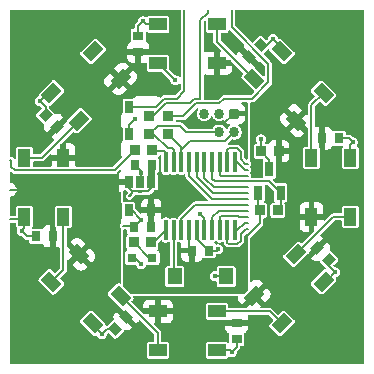
<source format=gtl>
G04 #@! TF.GenerationSoftware,KiCad,Pcbnew,9.0.0*
G04 #@! TF.CreationDate,2025-03-28T12:53:33+00:00*
G04 #@! TF.ProjectId,vm_rgb_ring_0.2,766d5f72-6762-45f7-9269-6e675f302e32,v0.2*
G04 #@! TF.SameCoordinates,PX4f64b50PY4749830*
G04 #@! TF.FileFunction,Copper,L1,Top*
G04 #@! TF.FilePolarity,Positive*
%FSLAX45Y45*%
G04 Gerber Fmt 4.5, Leading zero omitted, Abs format (unit mm)*
G04 Created by KiCad (PCBNEW 9.0.0) date 2025-03-28 12:53:33*
%MOMM*%
%LPD*%
G01*
G04 APERTURE LIST*
G04 Aperture macros list*
%AMRoundRect*
0 Rectangle with rounded corners*
0 $1 Rounding radius*
0 $2 $3 $4 $5 $6 $7 $8 $9 X,Y pos of 4 corners*
0 Add a 4 corners polygon primitive as box body*
4,1,4,$2,$3,$4,$5,$6,$7,$8,$9,$2,$3,0*
0 Add four circle primitives for the rounded corners*
1,1,$1+$1,$2,$3*
1,1,$1+$1,$4,$5*
1,1,$1+$1,$6,$7*
1,1,$1+$1,$8,$9*
0 Add four rect primitives between the rounded corners*
20,1,$1+$1,$2,$3,$4,$5,0*
20,1,$1+$1,$4,$5,$6,$7,0*
20,1,$1+$1,$6,$7,$8,$9,0*
20,1,$1+$1,$8,$9,$2,$3,0*%
%AMRotRect*
0 Rectangle, with rotation*
0 The origin of the aperture is its center*
0 $1 length*
0 $2 width*
0 $3 Rotation angle, in degrees counterclockwise*
0 Add horizontal line*
21,1,$1,$2,0,0,$3*%
G04 Aperture macros list end*
G04 #@! TA.AperFunction,Conductor*
%ADD10C,0.200000*%
G04 #@! TD*
G04 #@! TA.AperFunction,SMDPad,CuDef*
%ADD11R,0.900000X0.800000*%
G04 #@! TD*
G04 #@! TA.AperFunction,SMDPad,CuDef*
%ADD12C,0.125000*%
G04 #@! TD*
G04 #@! TA.AperFunction,ComponentPad*
%ADD13RoundRect,0.172720X-0.259080X-0.259080X0.259080X-0.259080X0.259080X0.259080X-0.259080X0.259080X0*%
G04 #@! TD*
G04 #@! TA.AperFunction,ComponentPad*
%ADD14C,0.863600*%
G04 #@! TD*
G04 #@! TA.AperFunction,SMDPad,CuDef*
%ADD15R,0.860000X0.810000*%
G04 #@! TD*
G04 #@! TA.AperFunction,SMDPad,CuDef*
%ADD16RotRect,1.500000X1.000000X45.000000*%
G04 #@! TD*
G04 #@! TA.AperFunction,SMDPad,CuDef*
%ADD17RotRect,1.500000X1.000000X225.000000*%
G04 #@! TD*
G04 #@! TA.AperFunction,SMDPad,CuDef*
%ADD18R,0.700000X1.000000*%
G04 #@! TD*
G04 #@! TA.AperFunction,SMDPad,CuDef*
%ADD19R,0.800000X0.800000*%
G04 #@! TD*
G04 #@! TA.AperFunction,SMDPad,CuDef*
%ADD20R,1.000000X1.500000*%
G04 #@! TD*
G04 #@! TA.AperFunction,SMDPad,CuDef*
%ADD21RotRect,0.800000X0.900000X225.000000*%
G04 #@! TD*
G04 #@! TA.AperFunction,SMDPad,CuDef*
%ADD22R,0.700000X1.250000*%
G04 #@! TD*
G04 #@! TA.AperFunction,SMDPad,CuDef*
%ADD23R,0.800000X0.900000*%
G04 #@! TD*
G04 #@! TA.AperFunction,SMDPad,CuDef*
%ADD24R,0.810000X0.860000*%
G04 #@! TD*
G04 #@! TA.AperFunction,SMDPad,CuDef*
%ADD25O,0.360000X1.740000*%
G04 #@! TD*
G04 #@! TA.AperFunction,SMDPad,CuDef*
%ADD26R,1.500000X1.000000*%
G04 #@! TD*
G04 #@! TA.AperFunction,SMDPad,CuDef*
%ADD27RotRect,0.800000X0.900000X135.000000*%
G04 #@! TD*
G04 #@! TA.AperFunction,SMDPad,CuDef*
%ADD28RotRect,1.500000X1.000000X135.000000*%
G04 #@! TD*
G04 #@! TA.AperFunction,SMDPad,CuDef*
%ADD29R,1.230000X1.360000*%
G04 #@! TD*
G04 #@! TA.AperFunction,SMDPad,CuDef*
%ADD30RotRect,1.500000X1.000000X315.000000*%
G04 #@! TD*
G04 #@! TA.AperFunction,SMDPad,CuDef*
%ADD31RotRect,0.800000X0.900000X315.000000*%
G04 #@! TD*
G04 #@! TA.AperFunction,SMDPad,CuDef*
%ADD32RotRect,0.800000X0.900000X45.000000*%
G04 #@! TD*
G04 #@! TA.AperFunction,SMDPad,CuDef*
%ADD33R,0.750000X1.000000*%
G04 #@! TD*
G04 #@! TA.AperFunction,ViaPad*
%ADD34C,0.450000*%
G04 #@! TD*
G04 APERTURE END LIST*
D10*
X-1500000Y225000D02*
X-1489900Y225000D01*
X375000Y1500000D02*
X375000Y1475000D01*
X-25000Y1500000D02*
X-25000Y1475000D01*
X-1500000Y-275000D02*
X-1475000Y-275000D01*
X175000Y1500000D02*
X175000Y1475000D01*
D11*
X-415341Y1277748D03*
X-415341Y1137748D03*
D12*
X375000Y1500000D03*
X-1500000Y225000D03*
D13*
X397500Y620000D03*
D14*
X397500Y462520D03*
X270500Y620000D03*
X270500Y462520D03*
X143500Y620000D03*
D15*
X-160000Y445000D03*
X-160000Y595000D03*
D16*
X567335Y-924574D03*
X800681Y-1157919D03*
X1154234Y-804366D03*
X920889Y-571021D03*
D11*
X417506Y-1290000D03*
X417506Y-1150000D03*
D12*
X175000Y1500000D03*
D17*
X-564035Y913903D03*
X-797381Y1147249D03*
X-1150934Y793695D03*
X-917589Y560350D03*
D18*
X-305000Y40000D03*
X-400000Y40000D03*
X-495000Y40000D03*
X-495000Y-200000D03*
X-305000Y-200000D03*
D12*
X-25000Y1500000D03*
D19*
X-295000Y-600000D03*
X-465000Y-600000D03*
D15*
X-320000Y445000D03*
X-320000Y595000D03*
D20*
X1051650Y-255335D03*
X1381650Y-255335D03*
X1381650Y244665D03*
X1051650Y244665D03*
D21*
X625000Y1200000D03*
X526005Y1101005D03*
D22*
X600000Y-50000D03*
X790000Y-50000D03*
X695000Y150000D03*
D23*
X-310000Y-340000D03*
X-450000Y-340000D03*
D24*
X615000Y-200000D03*
X765000Y-200000D03*
D25*
X-181000Y-367000D03*
X-116000Y-367000D03*
X-51000Y-367000D03*
X14000Y-367000D03*
X80000Y-367000D03*
X145000Y-367000D03*
X210000Y-367000D03*
X275000Y-367000D03*
X340000Y-367000D03*
X405000Y-367000D03*
X405000Y207000D03*
X340000Y207000D03*
X275000Y207000D03*
X210000Y207000D03*
X145000Y207000D03*
X80000Y207000D03*
X14000Y207000D03*
X-51000Y207000D03*
X-116000Y207000D03*
X-181000Y207000D03*
D26*
X-248350Y-1055335D03*
X-248350Y-1385335D03*
X251650Y-1385335D03*
X251650Y-1055335D03*
D23*
X-1279163Y-419171D03*
X-1139163Y-419171D03*
D27*
X1198772Y-616861D03*
X1099777Y-517866D03*
D28*
X920889Y560350D03*
X1154234Y793695D03*
X800681Y1147249D03*
X567335Y913903D03*
D23*
X1281061Y409918D03*
X1141061Y409918D03*
D20*
X-1048350Y244665D03*
X-1378350Y244665D03*
X-1378350Y-255335D03*
X-1048350Y-255335D03*
D29*
X330000Y-760000D03*
X-106000Y-760000D03*
D12*
X-1500000Y-275000D03*
D24*
X-295000Y310000D03*
X-445000Y310000D03*
D26*
X251650Y1044665D03*
X251650Y1374665D03*
X-248350Y1374665D03*
X-248350Y1044665D03*
D23*
X40000Y-540000D03*
X180000Y-540000D03*
D30*
X-917589Y-571021D03*
X-1150934Y-804366D03*
X-797381Y-1157919D03*
X-564035Y-924574D03*
D31*
X-1199994Y608071D03*
X-1100999Y509076D03*
D12*
X-1500000Y-25000D03*
D23*
X-300000Y180000D03*
X-440000Y180000D03*
D24*
X-305000Y-470000D03*
X-455000Y-470000D03*
X775000Y300000D03*
X625000Y300000D03*
D32*
X-613780Y-1204996D03*
X-514785Y-1106001D03*
D33*
X-490000Y677000D03*
X-490000Y443000D03*
D34*
X-390000Y120000D03*
X725000Y1250000D03*
X-1250000Y725000D03*
X-725000Y-1250000D03*
X1400000Y375000D03*
X260000Y-530000D03*
X-390000Y-655000D03*
X-1400000Y-375000D03*
X-375000Y1400000D03*
X235000Y-755000D03*
X-390000Y-280000D03*
X1250000Y-725000D03*
X375000Y-1400000D03*
X-50000Y-50000D03*
X22500Y535800D03*
X40000Y-680000D03*
X110000Y-230000D03*
X-440000Y570000D03*
X625000Y400000D03*
X-100000Y900000D03*
X400000Y1200000D03*
X525000Y1350000D03*
X200000Y1175000D03*
X-100000Y1175000D03*
D10*
X1198772Y-673772D02*
X1250000Y-725000D01*
X1381650Y244665D02*
X1381650Y356650D01*
X-390000Y120000D02*
X-390000Y130000D01*
X-1199994Y608071D02*
X-1199994Y674994D01*
X251650Y-1385335D02*
X360335Y-1385335D01*
X625000Y1200000D02*
X675000Y1200000D01*
X240000Y-760000D02*
X235000Y-755000D01*
X417506Y-1290000D02*
X417506Y-1357494D01*
X-415341Y1359659D02*
X-375000Y1400000D01*
X-1355829Y-419171D02*
X-1400000Y-375000D01*
X-495000Y-200000D02*
X-470000Y-200000D01*
X-390000Y-280000D02*
X-450000Y-340000D01*
X-797381Y-1177619D02*
X-725000Y-1250000D01*
X-470000Y-200000D02*
X-390000Y-280000D01*
X1381650Y356650D02*
X1400000Y375000D01*
X-1279163Y-419171D02*
X-1355829Y-419171D01*
X-390000Y50000D02*
X-400000Y40000D01*
X1365082Y409918D02*
X1400000Y375000D01*
X800681Y1147249D02*
X800681Y1174319D01*
X-445000Y-600000D02*
X-390000Y-655000D01*
X800681Y1174319D02*
X725000Y1250000D01*
X1281061Y409918D02*
X1365082Y409918D01*
X180000Y-540000D02*
X250000Y-540000D01*
X80000Y-440000D02*
X180000Y-540000D01*
X-540000Y-330000D02*
X-460000Y-330000D01*
X-349665Y1374665D02*
X-375000Y1400000D01*
X1198772Y-616861D02*
X1198772Y-673772D01*
X-1181305Y793695D02*
X-1250000Y725000D01*
X-390000Y130000D02*
X-440000Y180000D01*
X-1378350Y-255335D02*
X-1398015Y-275000D01*
X-248350Y1374665D02*
X-349665Y1374665D01*
X-1150934Y793695D02*
X-1181305Y793695D01*
X-797381Y-1157919D02*
X-797381Y-1177619D01*
X-1199994Y674994D02*
X-1250000Y725000D01*
X80000Y-367000D02*
X80000Y-440000D01*
X-1398015Y-275000D02*
X-1489900Y-275000D01*
X360335Y-1385335D02*
X375000Y-1400000D01*
X-390000Y120000D02*
X-390000Y50000D01*
X417506Y-1357494D02*
X375000Y-1400000D01*
X-465000Y-600000D02*
X-445000Y-600000D01*
X-460000Y-330000D02*
X-450000Y-340000D01*
X-613780Y-1204996D02*
X-679996Y-1204996D01*
X330000Y-760000D02*
X240000Y-760000D01*
X675000Y1200000D02*
X725000Y1250000D01*
X-415341Y1277748D02*
X-415341Y1359659D01*
X-1378350Y-353350D02*
X-1400000Y-375000D01*
X-679996Y-1204996D02*
X-725000Y-1250000D01*
X-1378350Y-255335D02*
X-1378350Y-353350D01*
X1170634Y-804366D02*
X1250000Y-725000D01*
X1154234Y-804366D02*
X1170634Y-804366D01*
X250000Y-540000D02*
X260000Y-530000D01*
X-305000Y-200000D02*
X-305000Y-335000D01*
X313300Y535800D02*
X22500Y535800D01*
X615000Y-310000D02*
X500000Y-425000D01*
X497823Y270874D02*
X504380Y270874D01*
X397500Y620000D02*
X313300Y535800D01*
X14000Y-514000D02*
X40000Y-540000D01*
X14000Y-367000D02*
X14000Y-514000D01*
X615000Y-200000D02*
X615000Y-310000D01*
X-305000Y-335000D02*
X-310000Y-340000D01*
X-285000Y-195000D02*
X-285000Y-200000D01*
X600000Y-50000D02*
X600000Y-185000D01*
X-325000Y-600000D02*
X-295000Y-600000D01*
X-455000Y-470000D02*
X-325000Y-600000D01*
X321610Y386630D02*
X21630Y386630D01*
X397500Y462520D02*
X321610Y386630D01*
X-160000Y445000D02*
X-51000Y336000D01*
X21630Y386630D02*
X-51000Y314000D01*
X-51000Y314000D02*
X-51000Y207000D01*
X-51000Y336000D02*
X-51000Y207000D01*
X-249400Y515600D02*
X-320000Y445000D01*
X-6766Y462520D02*
X270500Y462520D01*
X-116000Y314000D02*
X-116000Y207000D01*
X-165400Y324100D02*
X-126100Y324100D01*
X-286300Y445000D02*
X-165400Y324100D01*
X-300000Y445000D02*
X-286300Y445000D01*
X-126100Y324100D02*
X-116000Y314000D01*
X-59846Y515600D02*
X-249400Y515600D01*
X-59846Y515600D02*
X-6766Y462520D01*
X145000Y-367000D02*
X145000Y-265000D01*
X145000Y-265000D02*
X110000Y-230000D01*
X-490000Y520000D02*
X-440000Y570000D01*
X-490000Y443000D02*
X-490000Y520000D01*
X-305000Y-470000D02*
X-284000Y-470000D01*
X-284000Y-470000D02*
X-181000Y-367000D01*
X-116000Y-367000D02*
X-116000Y-750000D01*
X-116000Y-750000D02*
X-106000Y-760000D01*
X491569Y195000D02*
X510000Y195000D01*
X340000Y314000D02*
X350100Y324100D01*
X350100Y324100D02*
X424924Y324100D01*
X453100Y295924D02*
X453100Y233469D01*
X340000Y207000D02*
X340000Y314000D01*
X453100Y233469D02*
X491569Y195000D01*
X424924Y324100D02*
X453100Y295924D01*
X69500Y-155000D02*
X510000Y-155000D01*
X-51000Y-367000D02*
X-51000Y-275500D01*
X-51000Y-275500D02*
X69500Y-155000D01*
X424924Y-484100D02*
X453100Y-455924D01*
X453100Y-455924D02*
X453100Y-399972D01*
X498073Y-355000D02*
X510000Y-355000D01*
X340000Y-367000D02*
X340000Y-474000D01*
X340000Y-474000D02*
X350100Y-484100D01*
X350100Y-484100D02*
X424924Y-484100D01*
X453100Y-399972D02*
X498073Y-355000D01*
X429900Y-249900D02*
X435000Y-255000D01*
X275000Y-260000D02*
X285100Y-249900D01*
X285100Y-249900D02*
X429900Y-249900D01*
X435000Y-255000D02*
X510000Y-255000D01*
X275000Y-367000D02*
X275000Y-260000D01*
X80000Y85000D02*
X220000Y-55000D01*
X220000Y-55000D02*
X510000Y-55000D01*
X80000Y207000D02*
X80000Y85000D01*
X145000Y76710D02*
X226710Y-5000D01*
X226710Y-5000D02*
X510000Y-5000D01*
X145000Y207000D02*
X145000Y76710D01*
X695000Y150000D02*
X695000Y230000D01*
X-100000Y900000D02*
X-244665Y1044665D01*
X695000Y230000D02*
X625000Y300000D01*
X625000Y400000D02*
X625000Y300000D01*
X700000Y155000D02*
X695000Y150000D01*
X-244665Y1044665D02*
X-248350Y1044665D01*
X429900Y89900D02*
X435000Y95000D01*
X435000Y95000D02*
X510000Y95000D01*
X275000Y100000D02*
X285100Y89900D01*
X275000Y207000D02*
X275000Y100000D01*
X285100Y89900D02*
X429900Y89900D01*
X210000Y-260000D02*
X265000Y-205000D01*
X210000Y-367000D02*
X210000Y-260000D01*
X265000Y-205000D02*
X510000Y-205000D01*
X405000Y-367000D02*
X423000Y-367000D01*
X485000Y-305000D02*
X510000Y-305000D01*
X423000Y-367000D02*
X485000Y-305000D01*
X14000Y91000D02*
X210000Y-105000D01*
X210000Y-105000D02*
X510000Y-105000D01*
X14000Y207000D02*
X14000Y91000D01*
X423000Y207000D02*
X485000Y145000D01*
X485000Y145000D02*
X510000Y145000D01*
X405000Y207000D02*
X423000Y207000D01*
X-465100Y-40100D02*
X-440000Y-40100D01*
X-305000Y-10200D02*
X-305000Y40000D01*
X-334900Y-40100D02*
X-305000Y-10200D01*
X-305000Y40000D02*
X-305000Y175000D01*
X-1500000Y-25000D02*
X-1425000Y-25000D01*
X-465100Y-40100D02*
X-465100Y-55100D01*
X-465100Y-55100D02*
X-490000Y-80000D01*
X-495000Y40000D02*
X-495000Y-10200D01*
X-495000Y-10200D02*
X-465100Y-40100D01*
X-440000Y-40100D02*
X-334900Y-40100D01*
X-305000Y175000D02*
X-300000Y180000D01*
X-615435Y139565D02*
X-1458450Y139565D01*
X-445000Y310000D02*
X-615435Y139565D01*
X-1489900Y171015D02*
X-1489900Y225000D01*
X-1458450Y139565D02*
X-1489900Y171015D01*
X-190000Y290000D02*
X-190000Y216000D01*
X-199800Y299800D02*
X-190000Y290000D01*
X-284800Y299800D02*
X-199800Y299800D01*
X-190000Y216000D02*
X-181000Y207000D01*
X-295000Y310000D02*
X-284800Y299800D01*
X-194527Y745000D02*
X-90000Y745000D01*
X-25000Y810000D02*
X-25000Y1475000D01*
X-90000Y745000D02*
X-25000Y810000D01*
X-262527Y677000D02*
X-194527Y745000D01*
X-490000Y677000D02*
X-262527Y677000D01*
X110000Y1410000D02*
X175000Y1475000D01*
X-320000Y595000D02*
X-287959Y595000D01*
X-287959Y595000D02*
X-178059Y704900D01*
X60549Y745000D02*
X110000Y745000D01*
X20449Y704900D02*
X60549Y745000D01*
X110000Y745000D02*
X110000Y1410000D01*
X-178059Y704900D02*
X20449Y704900D01*
X685824Y883758D02*
X685824Y1040181D01*
X-160000Y595000D02*
X-32882Y595000D01*
X375000Y1351005D02*
X375000Y1489900D01*
X-32882Y595000D02*
X77018Y704900D01*
X547066Y745000D02*
X685824Y883758D01*
X269900Y704900D02*
X310000Y745000D01*
X685824Y1040181D02*
X375000Y1351005D01*
X77018Y704900D02*
X269900Y704900D01*
X310000Y745000D02*
X547066Y745000D01*
X251650Y1374665D02*
X251650Y1229589D01*
X251650Y1229589D02*
X567335Y913903D01*
X1051650Y691111D02*
X1051650Y244665D01*
X1154234Y793695D02*
X1051650Y691111D01*
X1381650Y-255335D02*
X1236574Y-255335D01*
X1236574Y-255335D02*
X920889Y-571021D01*
X698097Y-1055335D02*
X251650Y-1055335D01*
X800681Y-1157919D02*
X698097Y-1055335D01*
X-248350Y-1240260D02*
X-564035Y-924574D01*
X-248350Y-1385335D02*
X-248350Y-1240260D01*
X-1150934Y-804366D02*
X-1048350Y-701782D01*
X-1048350Y-701782D02*
X-1048350Y-255335D01*
X-1378350Y244665D02*
X-1233274Y244665D01*
X-1233274Y244665D02*
X-917589Y560350D01*
X790000Y-50000D02*
X790000Y-175000D01*
X233420Y45000D02*
X695000Y45000D01*
X210000Y68420D02*
X233420Y45000D01*
X695000Y45000D02*
X790000Y-50000D01*
X210000Y207000D02*
X210000Y68420D01*
G04 #@! TA.AperFunction,Conductor*
G36*
X1497783Y1497783D02*
G01*
X1499950Y1492550D01*
X1499950Y-1492550D01*
X1497783Y-1497783D01*
X1492550Y-1499950D01*
X-1492600Y-1499950D01*
X-1497833Y-1497783D01*
X-1500000Y-1492550D01*
X-1500000Y-1140242D01*
X-906212Y-1140242D01*
X-904656Y-1148065D01*
X-901343Y-1153023D01*
X-792484Y-1261882D01*
X-787526Y-1265194D01*
X-779703Y-1266750D01*
X-771880Y-1265194D01*
X-771880Y-1265194D01*
X-771233Y-1265066D01*
X-765678Y-1266170D01*
X-763380Y-1268623D01*
X-759048Y-1276126D01*
X-751126Y-1284049D01*
X-741424Y-1289650D01*
X-730602Y-1292550D01*
X-730602Y-1292550D01*
X-730602Y-1292550D01*
X-719398Y-1292550D01*
X-719398Y-1292550D01*
X-708576Y-1289650D01*
X-698874Y-1284049D01*
X-690952Y-1276126D01*
X-685350Y-1266424D01*
X-682450Y-1255602D01*
X-682450Y-1255602D01*
X-682450Y-1253012D01*
X-680283Y-1247780D01*
X-673334Y-1240831D01*
X-668101Y-1238664D01*
X-662869Y-1240831D01*
X-623026Y-1280674D01*
X-618068Y-1283987D01*
X-611801Y-1285233D01*
X-610245Y-1285543D01*
X-610245Y-1285543D01*
X-610245Y-1285543D01*
X-608947Y-1285284D01*
X-602422Y-1283987D01*
X-597464Y-1280674D01*
X-538102Y-1221312D01*
X-535200Y-1216968D01*
X-530491Y-1213822D01*
X-525973Y-1214348D01*
X-525481Y-1214573D01*
X-511250Y-1216619D01*
X-497018Y-1214573D01*
X-497018Y-1214573D01*
X-483939Y-1208600D01*
X-479277Y-1204843D01*
X-465288Y-1190854D01*
X-599638Y-1056503D01*
X-613627Y-1070492D01*
X-617385Y-1075155D01*
X-623357Y-1088233D01*
X-623357Y-1088234D01*
X-625403Y-1102465D01*
X-623357Y-1116697D01*
X-623357Y-1116697D01*
X-623133Y-1117189D01*
X-622931Y-1122849D01*
X-625753Y-1126415D01*
X-630096Y-1129317D01*
X-673557Y-1172778D01*
X-678790Y-1174946D01*
X-682606Y-1174946D01*
X-687839Y-1172778D01*
X-689864Y-1168990D01*
X-690106Y-1167774D01*
X-693418Y-1162816D01*
X-802277Y-1053957D01*
X-807235Y-1050644D01*
X-815058Y-1049088D01*
X-822881Y-1050644D01*
X-827839Y-1053957D01*
X-827839Y-1053957D01*
X-901343Y-1127460D01*
X-901343Y-1127461D01*
X-904656Y-1132418D01*
X-904656Y-1132419D01*
X-906212Y-1140242D01*
X-1500000Y-1140242D01*
X-1500000Y-786688D01*
X-1259765Y-786688D01*
X-1258209Y-794511D01*
X-1254896Y-799469D01*
X-1146037Y-908328D01*
X-1141080Y-911641D01*
X-1133256Y-913197D01*
X-1125433Y-911641D01*
X-1120475Y-908328D01*
X-1046972Y-834825D01*
X-1043659Y-829867D01*
X-1042103Y-822044D01*
X-1043659Y-814220D01*
X-1046972Y-809262D01*
X-1074920Y-781314D01*
X-1077088Y-776082D01*
X-1074920Y-770849D01*
X-1024304Y-720233D01*
X-1023099Y-718147D01*
X-1020348Y-713381D01*
X-1018300Y-705738D01*
X-1018300Y-705738D01*
X-1018300Y-659409D01*
X-970622Y-659409D01*
X-970622Y-659409D01*
X-931884Y-698146D01*
X-927221Y-701904D01*
X-927221Y-701904D01*
X-914142Y-707877D01*
X-899911Y-709923D01*
X-885680Y-707877D01*
X-885680Y-707877D01*
X-872601Y-701904D01*
X-872601Y-701904D01*
X-867938Y-698146D01*
X-846878Y-677087D01*
X-917589Y-606376D01*
X-970622Y-659409D01*
X-1018300Y-659409D01*
X-1018300Y-629596D01*
X-1016133Y-624363D01*
X-1010900Y-622196D01*
X-1006415Y-624054D01*
X-1005977Y-624054D01*
X-952944Y-571021D01*
X-882233Y-571021D01*
X-811523Y-641731D01*
X-790463Y-620672D01*
X-786705Y-616008D01*
X-786705Y-616008D01*
X-780732Y-602930D01*
X-780732Y-602930D01*
X-778686Y-588698D01*
X-780732Y-574467D01*
X-780732Y-574467D01*
X-786705Y-561389D01*
X-786705Y-561388D01*
X-790463Y-556725D01*
X-829200Y-517988D01*
X-882233Y-571021D01*
X-952944Y-571021D01*
X-1016133Y-507832D01*
X-1018300Y-502600D01*
X-1018300Y-464955D01*
X-988299Y-464955D01*
X-917589Y-535665D01*
X-864556Y-482632D01*
X-903293Y-443895D01*
X-907957Y-440137D01*
X-907957Y-440137D01*
X-921035Y-434164D01*
X-935266Y-432118D01*
X-949498Y-434164D01*
X-949498Y-434164D01*
X-962576Y-440137D01*
X-962576Y-440137D01*
X-967239Y-443894D01*
X-967239Y-443895D01*
X-988299Y-464955D01*
X-1018300Y-464955D01*
X-1018300Y-357785D01*
X-1016133Y-352553D01*
X-1010900Y-350385D01*
X-996375Y-350385D01*
X-996375Y-350385D01*
X-990527Y-349222D01*
X-983895Y-344791D01*
X-979463Y-338158D01*
X-978300Y-332310D01*
X-978300Y-178360D01*
X-979463Y-172512D01*
X-983895Y-165880D01*
X-986116Y-164396D01*
X-990527Y-161449D01*
X-990527Y-161449D01*
X-993451Y-160867D01*
X-996375Y-160285D01*
X-1100325Y-160285D01*
X-1103249Y-160867D01*
X-1106173Y-161449D01*
X-1112805Y-165880D01*
X-1112805Y-165880D01*
X-1117237Y-172512D01*
X-1117237Y-172512D01*
X-1118400Y-178360D01*
X-1118400Y-332310D01*
X-1118073Y-333956D01*
X-1117237Y-338159D01*
X-1115411Y-340891D01*
X-1114163Y-345003D01*
X-1114163Y-514171D01*
X-1094380Y-514171D01*
X-1088426Y-513531D01*
X-1088386Y-513517D01*
X-1088367Y-513517D01*
X-1087975Y-513425D01*
X-1087950Y-513532D01*
X-1082726Y-513718D01*
X-1078867Y-517863D01*
X-1078400Y-520450D01*
X-1078400Y-686270D01*
X-1080567Y-691502D01*
X-1117417Y-728352D01*
X-1122650Y-730519D01*
X-1127882Y-728352D01*
X-1155831Y-700404D01*
X-1160789Y-697091D01*
X-1168612Y-695535D01*
X-1176435Y-697091D01*
X-1181393Y-700404D01*
X-1181393Y-700404D01*
X-1254896Y-773907D01*
X-1254896Y-773907D01*
X-1258209Y-778865D01*
X-1258209Y-778865D01*
X-1259765Y-786688D01*
X-1500000Y-786688D01*
X-1500000Y-312450D01*
X-1497833Y-307217D01*
X-1492600Y-305050D01*
X-1455800Y-305050D01*
X-1450567Y-307217D01*
X-1448400Y-312450D01*
X-1448400Y-332310D01*
X-1447624Y-336209D01*
X-1447237Y-338159D01*
X-1445289Y-341073D01*
X-1442805Y-344791D01*
X-1440548Y-346299D01*
X-1437401Y-351008D01*
X-1438250Y-356151D01*
X-1439650Y-358576D01*
X-1439650Y-358577D01*
X-1442550Y-369398D01*
X-1442550Y-380602D01*
X-1439650Y-391423D01*
X-1439650Y-391424D01*
X-1435766Y-398151D01*
X-1434048Y-401126D01*
X-1426126Y-409048D01*
X-1416424Y-414650D01*
X-1405602Y-417550D01*
X-1405602Y-417550D01*
X-1405602Y-417550D01*
X-1403012Y-417550D01*
X-1397780Y-419717D01*
X-1379875Y-437623D01*
X-1374280Y-443217D01*
X-1367427Y-447174D01*
X-1367427Y-447174D01*
X-1367427Y-447174D01*
X-1363606Y-448197D01*
X-1359785Y-449221D01*
X-1359785Y-449221D01*
X-1359785Y-449221D01*
X-1346613Y-449221D01*
X-1341381Y-451389D01*
X-1339213Y-456621D01*
X-1339213Y-466146D01*
X-1338771Y-468368D01*
X-1338050Y-471995D01*
X-1335103Y-476406D01*
X-1333619Y-478627D01*
X-1332317Y-479496D01*
X-1326987Y-483058D01*
X-1326987Y-483058D01*
X-1326986Y-483058D01*
X-1321138Y-484221D01*
X-1321138Y-484221D01*
X-1237189Y-484221D01*
X-1237189Y-484221D01*
X-1232065Y-483202D01*
X-1226510Y-484307D01*
X-1223688Y-487874D01*
X-1223499Y-488380D01*
X-1214882Y-499890D01*
X-1203372Y-508507D01*
X-1203372Y-508507D01*
X-1189901Y-513531D01*
X-1189901Y-513531D01*
X-1183946Y-514171D01*
X-1164163Y-514171D01*
X-1164163Y-324172D01*
X-1183946Y-324172D01*
X-1189901Y-324812D01*
X-1189901Y-324812D01*
X-1203372Y-329836D01*
X-1203372Y-329836D01*
X-1214882Y-338453D01*
X-1223499Y-349963D01*
X-1223688Y-350469D01*
X-1227547Y-354614D01*
X-1232065Y-355141D01*
X-1237189Y-354121D01*
X-1306285Y-354121D01*
X-1311518Y-351954D01*
X-1313685Y-346722D01*
X-1312438Y-342610D01*
X-1309649Y-338436D01*
X-1309463Y-338158D01*
X-1308300Y-332310D01*
X-1308300Y-178360D01*
X-1309463Y-172512D01*
X-1313895Y-165880D01*
X-1316116Y-164396D01*
X-1320527Y-161449D01*
X-1320527Y-161449D01*
X-1323451Y-160867D01*
X-1326375Y-160285D01*
X-1430325Y-160285D01*
X-1433249Y-160867D01*
X-1436173Y-161449D01*
X-1442805Y-165880D01*
X-1442805Y-165880D01*
X-1447237Y-172512D01*
X-1448400Y-178361D01*
X-1448400Y-237550D01*
X-1450567Y-242783D01*
X-1455800Y-244950D01*
X-1492600Y-244950D01*
X-1497833Y-242783D01*
X-1500000Y-237550D01*
X-1500000Y-88650D01*
X-1497833Y-83417D01*
X-1493059Y-81440D01*
X-1493075Y-81313D01*
X-1492603Y-81251D01*
X-1492600Y-81250D01*
X-1492595Y-81250D01*
X-1478288Y-77417D01*
X-1465462Y-70011D01*
X-1454989Y-59538D01*
X-1447583Y-46712D01*
X-1443750Y-32405D01*
X-1443750Y-17595D01*
X-1447583Y-3288D01*
X-1454989Y9538D01*
X-1465462Y20012D01*
X-1478288Y27417D01*
X-1492595Y31250D01*
X-1492600Y31250D01*
X-1492603Y31251D01*
X-1493075Y31313D01*
X-1493059Y31440D01*
X-1497833Y33417D01*
X-1500000Y38650D01*
X-1500000Y120752D01*
X-1497833Y125985D01*
X-1492600Y128152D01*
X-1487367Y125985D01*
X-1482496Y121114D01*
X-1476901Y115519D01*
X-1470049Y111563D01*
X-1470049Y111563D01*
X-1470049Y111562D01*
X-1467479Y110874D01*
X-1462406Y109515D01*
X-1462406Y109515D01*
X-1462406Y109515D01*
X-611479Y109515D01*
X-611479Y109515D01*
X-603836Y111563D01*
X-596984Y115519D01*
X-591389Y121114D01*
X-573183Y139320D01*
X-567950Y141488D01*
X-562717Y139320D01*
X-560550Y134088D01*
X-560550Y133293D01*
X-562717Y128060D01*
X-563515Y127368D01*
X-565719Y125719D01*
X-574335Y114209D01*
X-574336Y114209D01*
X-579360Y100738D01*
X-579360Y100738D01*
X-580000Y94783D01*
X-580000Y65000D01*
X-502400Y65000D01*
X-497167Y62833D01*
X-495000Y57600D01*
X-495000Y22400D01*
X-497167Y17167D01*
X-502400Y15000D01*
X-580000Y15000D01*
X-580000Y-14783D01*
X-579360Y-20738D01*
X-579360Y-20738D01*
X-574336Y-34209D01*
X-574335Y-34209D01*
X-565719Y-45719D01*
X-563515Y-47368D01*
X-560625Y-52239D01*
X-560550Y-53292D01*
X-560550Y-122575D01*
X-560526Y-123579D01*
X-560490Y-124304D01*
X-558091Y-132981D01*
X-558091Y-132981D01*
X-555422Y-137977D01*
X-551580Y-142939D01*
X-550220Y-147662D01*
X-550050Y-147662D01*
X-550050Y-252338D01*
X-550249Y-252338D01*
X-551407Y-256701D01*
X-556818Y-264328D01*
X-558986Y-269560D01*
X-558986Y-269561D01*
X-560292Y-276125D01*
X-560550Y-277424D01*
X-560550Y-292550D01*
X-560165Y-294488D01*
X-558986Y-300414D01*
X-558880Y-300762D01*
X-559096Y-300827D01*
X-559103Y-305814D01*
X-560703Y-308206D01*
X-564046Y-311549D01*
X-568002Y-318401D01*
X-568002Y-318401D01*
X-570050Y-326044D01*
X-570050Y-333956D01*
X-568002Y-341599D01*
X-568002Y-341599D01*
X-564046Y-348451D01*
X-560703Y-351794D01*
X-558536Y-357027D01*
X-558968Y-359212D01*
X-558880Y-359238D01*
X-558986Y-359586D01*
X-560550Y-367450D01*
X-560550Y-812368D01*
X-562717Y-817601D01*
X-567950Y-819768D01*
X-572061Y-818521D01*
X-573890Y-817299D01*
X-581713Y-815743D01*
X-589536Y-817299D01*
X-594494Y-820612D01*
X-594494Y-820612D01*
X-667998Y-894115D01*
X-667998Y-894115D01*
X-671310Y-899073D01*
X-671310Y-899073D01*
X-672867Y-906896D01*
X-671310Y-914720D01*
X-667998Y-919677D01*
X-559139Y-1028536D01*
X-559139Y-1028536D01*
X-553575Y-1032254D01*
X-553615Y-1032313D01*
X-552117Y-1033314D01*
X-429932Y-1155498D01*
X-415944Y-1141510D01*
X-415943Y-1141509D01*
X-412186Y-1136846D01*
X-410994Y-1134236D01*
X-406849Y-1130376D01*
X-401188Y-1130578D01*
X-399030Y-1132077D01*
X-280567Y-1250539D01*
X-278400Y-1255772D01*
X-278400Y-1307885D01*
X-280567Y-1313118D01*
X-285800Y-1315285D01*
X-325325Y-1315285D01*
X-328249Y-1315867D01*
X-331173Y-1316449D01*
X-337805Y-1320880D01*
X-337805Y-1320880D01*
X-342237Y-1327512D01*
X-342237Y-1327512D01*
X-343400Y-1333361D01*
X-343400Y-1437310D01*
X-342935Y-1439650D01*
X-342237Y-1443158D01*
X-339289Y-1447570D01*
X-337805Y-1449790D01*
X-333394Y-1452738D01*
X-331173Y-1454222D01*
X-331173Y-1454222D01*
X-331173Y-1454222D01*
X-325325Y-1455385D01*
X-325325Y-1455385D01*
X-171375Y-1455385D01*
X-171375Y-1455385D01*
X-165527Y-1454222D01*
X-158895Y-1449790D01*
X-154463Y-1443158D01*
X-153300Y-1437310D01*
X-153300Y-1333361D01*
X156600Y-1333361D01*
X156600Y-1437310D01*
X157066Y-1439650D01*
X157763Y-1443158D01*
X160711Y-1447570D01*
X162195Y-1449790D01*
X166606Y-1452738D01*
X168827Y-1454222D01*
X168827Y-1454222D01*
X168827Y-1454222D01*
X174675Y-1455385D01*
X174675Y-1455385D01*
X328625Y-1455385D01*
X328625Y-1455385D01*
X334473Y-1454222D01*
X341105Y-1449790D01*
X345537Y-1443158D01*
X345537Y-1443158D01*
X345816Y-1442485D01*
X346033Y-1442575D01*
X348638Y-1438678D01*
X354192Y-1437573D01*
X356449Y-1438422D01*
X358576Y-1439650D01*
X369398Y-1442550D01*
X369398Y-1442550D01*
X369398Y-1442550D01*
X380602Y-1442550D01*
X380602Y-1442550D01*
X391424Y-1439650D01*
X401126Y-1434048D01*
X409048Y-1426126D01*
X414650Y-1416424D01*
X417550Y-1405602D01*
X417550Y-1405602D01*
X417550Y-1403012D01*
X419717Y-1397780D01*
X441552Y-1375945D01*
X442827Y-1373736D01*
X445508Y-1369093D01*
X447556Y-1361450D01*
X447556Y-1361450D01*
X447556Y-1357450D01*
X449724Y-1352217D01*
X454956Y-1350050D01*
X464481Y-1350050D01*
X464481Y-1350050D01*
X470329Y-1348887D01*
X476961Y-1344455D01*
X481393Y-1337823D01*
X482556Y-1331975D01*
X482556Y-1248025D01*
X481537Y-1242901D01*
X482642Y-1237346D01*
X486209Y-1234524D01*
X486715Y-1234335D01*
X498225Y-1225719D01*
X506841Y-1214209D01*
X506842Y-1214209D01*
X511866Y-1200738D01*
X511866Y-1200738D01*
X512506Y-1194783D01*
X512506Y-1175000D01*
X322506Y-1175000D01*
X322506Y-1194783D01*
X323146Y-1200738D01*
X323147Y-1200738D01*
X328171Y-1214209D01*
X328171Y-1214209D01*
X336787Y-1225719D01*
X348297Y-1234335D01*
X348297Y-1234335D01*
X348804Y-1234524D01*
X352949Y-1238384D01*
X353475Y-1242901D01*
X352456Y-1248025D01*
X352456Y-1314620D01*
X350289Y-1319853D01*
X345056Y-1322020D01*
X340945Y-1320773D01*
X334473Y-1316449D01*
X334473Y-1316449D01*
X331549Y-1315867D01*
X328625Y-1315285D01*
X174675Y-1315285D01*
X171751Y-1315867D01*
X168827Y-1316449D01*
X162195Y-1320880D01*
X162195Y-1320880D01*
X157763Y-1327512D01*
X157763Y-1327512D01*
X156600Y-1333361D01*
X-153300Y-1333361D01*
X-154463Y-1327512D01*
X-158895Y-1320880D01*
X-161116Y-1319396D01*
X-165527Y-1316449D01*
X-165527Y-1316449D01*
X-168451Y-1315867D01*
X-171375Y-1315285D01*
X-171375Y-1315285D01*
X-210900Y-1315285D01*
X-216133Y-1313118D01*
X-218300Y-1307885D01*
X-218300Y-1236304D01*
X-218300Y-1236303D01*
X-218503Y-1235545D01*
X-218777Y-1234524D01*
X-220348Y-1228661D01*
X-220348Y-1228661D01*
X-224304Y-1221809D01*
X-224304Y-1221809D01*
X-224304Y-1221808D01*
X-278145Y-1167968D01*
X-280312Y-1162735D01*
X-278145Y-1157503D01*
X-273660Y-1155645D01*
X-273350Y-1155335D01*
X-223350Y-1155335D01*
X-168567Y-1155335D01*
X-162613Y-1154695D01*
X-162612Y-1154695D01*
X-149141Y-1149671D01*
X-149141Y-1149671D01*
X-137631Y-1141054D01*
X-129015Y-1129544D01*
X-129015Y-1129544D01*
X-123990Y-1116073D01*
X-123990Y-1116073D01*
X-123350Y-1110118D01*
X-123350Y-1080335D01*
X-223350Y-1080335D01*
X-223350Y-1155335D01*
X-273350Y-1155335D01*
X-273350Y-1080335D01*
X-362712Y-1080335D01*
X-367944Y-1078168D01*
X-445560Y-1000552D01*
X-373350Y-1000552D01*
X-373350Y-1030335D01*
X-273350Y-1030335D01*
X-223350Y-1030335D01*
X-123350Y-1030335D01*
X-123350Y-1003360D01*
X156600Y-1003360D01*
X156600Y-1107310D01*
X157376Y-1111209D01*
X157763Y-1113159D01*
X159711Y-1116073D01*
X162195Y-1119791D01*
X166606Y-1122738D01*
X168827Y-1124222D01*
X168827Y-1124222D01*
X168827Y-1124222D01*
X174675Y-1125385D01*
X174675Y-1125385D01*
X328625Y-1125385D01*
X329847Y-1125142D01*
X331291Y-1125000D01*
X512506Y-1125000D01*
X512506Y-1105217D01*
X511866Y-1099262D01*
X511866Y-1099262D01*
X510415Y-1095371D01*
X510617Y-1089711D01*
X514762Y-1085852D01*
X517348Y-1085385D01*
X682584Y-1085385D01*
X687817Y-1087553D01*
X724667Y-1124402D01*
X726834Y-1129635D01*
X724667Y-1134868D01*
X696718Y-1162816D01*
X696718Y-1162816D01*
X693406Y-1167774D01*
X691850Y-1175597D01*
X693406Y-1183420D01*
X696718Y-1188378D01*
X770222Y-1261882D01*
X775180Y-1265194D01*
X783003Y-1266750D01*
X790826Y-1265194D01*
X795784Y-1261882D01*
X904643Y-1153023D01*
X907956Y-1148065D01*
X909512Y-1140242D01*
X907956Y-1132419D01*
X904643Y-1127461D01*
X831139Y-1053957D01*
X831139Y-1053957D01*
X826181Y-1050644D01*
X818358Y-1049088D01*
X810535Y-1050644D01*
X805577Y-1053957D01*
X805577Y-1053957D01*
X777629Y-1081905D01*
X772396Y-1084073D01*
X767164Y-1081905D01*
X716548Y-1031289D01*
X711779Y-1028536D01*
X709695Y-1027333D01*
X709695Y-1027333D01*
X709695Y-1027333D01*
X702053Y-1025285D01*
X702053Y-1025285D01*
X625911Y-1025285D01*
X620678Y-1023118D01*
X618511Y-1017885D01*
X620368Y-1013400D01*
X620368Y-1012962D01*
X567335Y-959929D01*
X504147Y-1023118D01*
X498914Y-1025285D01*
X354100Y-1025285D01*
X348867Y-1023118D01*
X346700Y-1017885D01*
X346700Y-1003361D01*
X346141Y-1000552D01*
X345537Y-997512D01*
X341105Y-990880D01*
X338884Y-989396D01*
X334473Y-986449D01*
X334473Y-986449D01*
X331549Y-985867D01*
X328625Y-985285D01*
X174675Y-985285D01*
X171751Y-985867D01*
X168827Y-986449D01*
X162195Y-990880D01*
X162195Y-990880D01*
X157763Y-997512D01*
X157763Y-997512D01*
X156600Y-1003360D01*
X-123350Y-1003360D01*
X-123350Y-1000552D01*
X-123990Y-994598D01*
X-123990Y-994597D01*
X-129015Y-981126D01*
X-129015Y-981126D01*
X-137631Y-969616D01*
X-149141Y-961000D01*
X-149141Y-961000D01*
X-162612Y-955976D01*
X-162613Y-955975D01*
X-168567Y-955335D01*
X-223350Y-955335D01*
X-223350Y-1030335D01*
X-273350Y-1030335D01*
X-273350Y-955335D01*
X-328133Y-955335D01*
X-334088Y-955975D01*
X-334088Y-955976D01*
X-347559Y-961000D01*
X-347559Y-961000D01*
X-359069Y-969616D01*
X-367685Y-981126D01*
X-367685Y-981126D01*
X-372710Y-994597D01*
X-372710Y-994598D01*
X-373350Y-1000552D01*
X-445560Y-1000552D01*
X-470344Y-975769D01*
X-472511Y-970536D01*
X-470344Y-965303D01*
X-460073Y-955033D01*
X-456760Y-950075D01*
X-455204Y-942252D01*
X-456760Y-934429D01*
X-456760Y-934428D01*
X-456767Y-934394D01*
X-455662Y-928839D01*
X-450953Y-925692D01*
X-449510Y-925550D01*
X422294Y-925550D01*
X427527Y-927717D01*
X429694Y-932950D01*
X429619Y-934003D01*
X428433Y-942252D01*
X430479Y-956483D01*
X430479Y-956483D01*
X436451Y-969561D01*
X436452Y-969562D01*
X440210Y-974225D01*
X461269Y-995285D01*
X531980Y-924574D01*
X602691Y-924574D01*
X655724Y-977607D01*
X694461Y-938870D01*
X698219Y-934206D01*
X698219Y-934206D01*
X704192Y-921128D01*
X704192Y-921127D01*
X706238Y-906896D01*
X704192Y-892665D01*
X704192Y-892665D01*
X698219Y-879587D01*
X698219Y-879586D01*
X694461Y-874923D01*
X673401Y-853863D01*
X602691Y-924574D01*
X531980Y-924574D01*
X540278Y-916276D01*
X549658Y-906896D01*
X634510Y-822044D01*
X1045403Y-822044D01*
X1046959Y-829867D01*
X1050272Y-834825D01*
X1123775Y-908328D01*
X1128733Y-911641D01*
X1136556Y-913197D01*
X1144380Y-911641D01*
X1149337Y-908328D01*
X1258196Y-799469D01*
X1261509Y-794511D01*
X1263065Y-786688D01*
X1261509Y-778865D01*
X1259937Y-776512D01*
X1258832Y-770957D01*
X1261978Y-766248D01*
X1264174Y-765253D01*
X1266424Y-764650D01*
X1276126Y-759048D01*
X1284049Y-751126D01*
X1289650Y-741424D01*
X1292550Y-730602D01*
X1292550Y-730602D01*
X1292550Y-719398D01*
X1292550Y-719398D01*
X1292215Y-718147D01*
X1289650Y-708576D01*
X1284049Y-698874D01*
X1276126Y-690952D01*
X1273201Y-689262D01*
X1266424Y-685350D01*
X1266423Y-685350D01*
X1255602Y-682450D01*
X1255602Y-682450D01*
X1253012Y-682450D01*
X1247780Y-680283D01*
X1239259Y-671762D01*
X1237092Y-666530D01*
X1239259Y-661297D01*
X1274450Y-626107D01*
X1274450Y-626107D01*
X1277763Y-621149D01*
X1279319Y-613325D01*
X1277763Y-605502D01*
X1274450Y-600544D01*
X1215088Y-541183D01*
X1215088Y-541183D01*
X1215088Y-541182D01*
X1210744Y-538280D01*
X1207598Y-533571D01*
X1208125Y-529053D01*
X1208349Y-528562D01*
X1210395Y-514330D01*
X1208349Y-500099D01*
X1208349Y-500098D01*
X1202376Y-487020D01*
X1198619Y-482357D01*
X1184630Y-468368D01*
X1117455Y-535544D01*
X1050279Y-602719D01*
X1064268Y-616708D01*
X1068931Y-620465D01*
X1082009Y-626438D01*
X1082010Y-626438D01*
X1096241Y-628484D01*
X1110472Y-626438D01*
X1110963Y-626214D01*
X1116624Y-626011D01*
X1120191Y-628833D01*
X1123093Y-633177D01*
X1123094Y-633177D01*
X1123094Y-633178D01*
X1149325Y-659409D01*
X1167714Y-677798D01*
X1169516Y-680732D01*
X1169577Y-680921D01*
X1170770Y-685371D01*
X1171373Y-686416D01*
X1171613Y-687150D01*
X1171450Y-689262D01*
X1171727Y-691364D01*
X1171240Y-691999D01*
X1171178Y-692797D01*
X1169569Y-694176D01*
X1168279Y-695857D01*
X1167082Y-696308D01*
X1166878Y-696482D01*
X1166662Y-696466D01*
X1166023Y-696706D01*
X1164088Y-697091D01*
X1159131Y-700403D01*
X1050272Y-809263D01*
X1046959Y-814220D01*
X1045688Y-820612D01*
X1045403Y-822044D01*
X634510Y-822044D01*
X638046Y-818508D01*
X616986Y-797448D01*
X612323Y-793690D01*
X612323Y-793690D01*
X599244Y-787718D01*
X585013Y-785672D01*
X570782Y-787718D01*
X570782Y-787718D01*
X557703Y-793690D01*
X557703Y-793690D01*
X553040Y-797448D01*
X553040Y-797448D01*
X543183Y-807306D01*
X537950Y-809473D01*
X532717Y-807306D01*
X530550Y-802073D01*
X530550Y-588698D01*
X812058Y-588698D01*
X813614Y-596522D01*
X816927Y-601480D01*
X890430Y-674983D01*
X895388Y-678296D01*
X903211Y-679852D01*
X911034Y-678296D01*
X915992Y-674983D01*
X1024851Y-566124D01*
X1028164Y-561166D01*
X1029475Y-554576D01*
X1031500Y-550787D01*
X1082099Y-500188D01*
X1149274Y-433013D01*
X1135286Y-419024D01*
X1135285Y-419024D01*
X1130679Y-415312D01*
X1127964Y-410341D01*
X1129560Y-404906D01*
X1130088Y-404319D01*
X1246854Y-287553D01*
X1252087Y-285385D01*
X1304200Y-285385D01*
X1309433Y-287553D01*
X1311600Y-292785D01*
X1311600Y-332310D01*
X1312376Y-336209D01*
X1312763Y-338159D01*
X1314711Y-341073D01*
X1317195Y-344791D01*
X1320085Y-346722D01*
X1323827Y-349222D01*
X1323827Y-349222D01*
X1323827Y-349222D01*
X1329675Y-350385D01*
X1329675Y-350385D01*
X1433625Y-350385D01*
X1433625Y-350385D01*
X1439473Y-349222D01*
X1446105Y-344791D01*
X1450537Y-338158D01*
X1451700Y-332310D01*
X1451700Y-178360D01*
X1450537Y-172512D01*
X1446105Y-165880D01*
X1443884Y-164396D01*
X1439473Y-161449D01*
X1439473Y-161449D01*
X1436549Y-160867D01*
X1433625Y-160285D01*
X1329675Y-160285D01*
X1326751Y-160867D01*
X1323827Y-161449D01*
X1317195Y-165880D01*
X1317195Y-165880D01*
X1312763Y-172512D01*
X1311600Y-178361D01*
X1311600Y-217885D01*
X1309433Y-223118D01*
X1304200Y-225285D01*
X1240530Y-225285D01*
X1232618Y-225285D01*
X1224975Y-227333D01*
X1224975Y-227333D01*
X1224975Y-227333D01*
X1224975Y-227333D01*
X1218123Y-231289D01*
X1164283Y-285130D01*
X1159050Y-287297D01*
X1153817Y-285130D01*
X1151960Y-280645D01*
X1151650Y-280335D01*
X1076650Y-280335D01*
X1076650Y-369697D01*
X1074483Y-374930D01*
X972083Y-477329D01*
X966851Y-479496D01*
X961618Y-477329D01*
X951347Y-467058D01*
X946390Y-463746D01*
X938566Y-462190D01*
X930743Y-463746D01*
X925786Y-467058D01*
X816926Y-575918D01*
X813614Y-580875D01*
X812061Y-588682D01*
X812058Y-588698D01*
X530550Y-588698D01*
X530550Y-440012D01*
X532717Y-434780D01*
X632379Y-335118D01*
X951650Y-335118D01*
X952290Y-341073D01*
X952290Y-341073D01*
X957314Y-354544D01*
X957315Y-354544D01*
X965931Y-366054D01*
X977441Y-374671D01*
X977441Y-374671D01*
X990912Y-379695D01*
X990912Y-379695D01*
X996867Y-380335D01*
X1026650Y-380335D01*
X1026650Y-280335D01*
X951650Y-280335D01*
X951650Y-335118D01*
X632379Y-335118D01*
X639046Y-328451D01*
X643002Y-321599D01*
X645050Y-313956D01*
X645050Y-306044D01*
X645050Y-270450D01*
X647217Y-265217D01*
X652450Y-263050D01*
X657475Y-263050D01*
X657475Y-263050D01*
X663323Y-261887D01*
X669955Y-257455D01*
X674387Y-250823D01*
X675550Y-244975D01*
X675550Y-155025D01*
X674387Y-149177D01*
X673617Y-148025D01*
X671339Y-144616D01*
X669955Y-142545D01*
X666055Y-139939D01*
X663323Y-138113D01*
X663323Y-138113D01*
X660050Y-137462D01*
X657475Y-136950D01*
X657475Y-136950D01*
X656621Y-136950D01*
X651389Y-134783D01*
X649221Y-129550D01*
X650469Y-125439D01*
X652382Y-122576D01*
X653887Y-120323D01*
X655050Y-114475D01*
X655050Y7550D01*
X657217Y12783D01*
X662450Y14950D01*
X679488Y14950D01*
X684720Y12783D01*
X732783Y-35280D01*
X734950Y-40512D01*
X734950Y-114475D01*
X736113Y-120323D01*
X739531Y-125439D01*
X740636Y-130993D01*
X737490Y-135703D01*
X733379Y-136950D01*
X722525Y-136950D01*
X719950Y-137462D01*
X716677Y-138113D01*
X710045Y-142545D01*
X710045Y-142545D01*
X705613Y-149177D01*
X704450Y-155025D01*
X704450Y-244975D01*
X705613Y-250823D01*
X706626Y-252338D01*
X710045Y-257455D01*
X712279Y-258948D01*
X716677Y-261887D01*
X716677Y-261887D01*
X716677Y-261887D01*
X722525Y-263050D01*
X722525Y-263050D01*
X807475Y-263050D01*
X807475Y-263050D01*
X813323Y-261887D01*
X819955Y-257455D01*
X824387Y-250823D01*
X825550Y-244975D01*
X825550Y-175552D01*
X951650Y-175552D01*
X951650Y-230335D01*
X1026650Y-230335D01*
X1076650Y-230335D01*
X1151650Y-230335D01*
X1151650Y-175552D01*
X1151010Y-169598D01*
X1151010Y-169597D01*
X1145985Y-156127D01*
X1145985Y-156126D01*
X1137369Y-144616D01*
X1125859Y-136000D01*
X1125859Y-136000D01*
X1112388Y-130976D01*
X1112388Y-130975D01*
X1106433Y-130335D01*
X1076650Y-130335D01*
X1076650Y-230335D01*
X1026650Y-230335D01*
X1026650Y-130335D01*
X996867Y-130335D01*
X990912Y-130975D01*
X990912Y-130976D01*
X977441Y-136000D01*
X977441Y-136000D01*
X965931Y-144616D01*
X957315Y-156126D01*
X957314Y-156127D01*
X952290Y-169597D01*
X952290Y-169598D01*
X951650Y-175552D01*
X825550Y-175552D01*
X825550Y-155025D01*
X824387Y-149177D01*
X821297Y-144553D01*
X820050Y-140442D01*
X820050Y-139939D01*
X822217Y-134706D01*
X826619Y-132625D01*
X826618Y-132621D01*
X826634Y-132618D01*
X826725Y-132575D01*
X826974Y-132550D01*
X826975Y-132550D01*
X832823Y-131387D01*
X839455Y-126955D01*
X843887Y-120323D01*
X845050Y-114475D01*
X845050Y14475D01*
X843887Y20323D01*
X839455Y26955D01*
X837234Y28439D01*
X832823Y31387D01*
X832823Y31387D01*
X829899Y31968D01*
X826975Y32550D01*
X753025Y32550D01*
X753012Y32550D01*
X747780Y34717D01*
X727628Y54869D01*
X725461Y60101D01*
X727628Y65334D01*
X731647Y67235D01*
X731618Y67379D01*
X731975Y67450D01*
X731975Y67450D01*
X737823Y68613D01*
X744455Y73045D01*
X748887Y79677D01*
X750050Y85525D01*
X750050Y207000D01*
X800000Y207000D01*
X820283Y207000D01*
X826237Y207640D01*
X826238Y207640D01*
X839709Y212665D01*
X839709Y212665D01*
X851219Y221281D01*
X859835Y232791D01*
X859835Y232791D01*
X864860Y246262D01*
X864860Y246262D01*
X865500Y252217D01*
X865500Y275000D01*
X800000Y275000D01*
X800000Y207000D01*
X750050Y207000D01*
X750050Y214475D01*
X750050Y214475D01*
X750036Y214622D01*
X750000Y215346D01*
X750000Y325000D01*
X800000Y325000D01*
X865500Y325000D01*
X865500Y347783D01*
X864860Y353738D01*
X864860Y353738D01*
X859835Y367209D01*
X859835Y367209D01*
X851219Y378719D01*
X839709Y387335D01*
X839709Y387335D01*
X826238Y392360D01*
X826237Y392360D01*
X820283Y393000D01*
X800000Y393000D01*
X800000Y325000D01*
X750000Y325000D01*
X750000Y393000D01*
X729717Y393000D01*
X723762Y392360D01*
X723762Y392360D01*
X710291Y387335D01*
X710291Y387335D01*
X698781Y378719D01*
X690165Y367209D01*
X688484Y362703D01*
X684625Y358558D01*
X678965Y358356D01*
X677439Y359136D01*
X673323Y361887D01*
X673323Y361887D01*
X670399Y362468D01*
X667475Y363050D01*
X667475Y363050D01*
X665617Y363050D01*
X660384Y365217D01*
X658217Y370450D01*
X659208Y374150D01*
X664650Y383576D01*
X667550Y394398D01*
X667550Y394398D01*
X667550Y405602D01*
X667550Y405602D01*
X664650Y416423D01*
X664650Y416424D01*
X659049Y426126D01*
X651126Y434048D01*
X644420Y437920D01*
X641424Y439650D01*
X641423Y439650D01*
X630602Y442550D01*
X630602Y442550D01*
X619398Y442550D01*
X619398Y442550D01*
X608577Y439650D01*
X608576Y439650D01*
X598874Y434048D01*
X590952Y426126D01*
X585350Y416424D01*
X585350Y416423D01*
X582450Y405602D01*
X582450Y394398D01*
X585350Y383577D01*
X585350Y383576D01*
X587067Y380602D01*
X590397Y374834D01*
X590792Y374150D01*
X591531Y368535D01*
X588083Y364041D01*
X584383Y363050D01*
X582525Y363050D01*
X579601Y362468D01*
X576677Y361887D01*
X570045Y357455D01*
X570045Y357455D01*
X565613Y350823D01*
X565009Y347783D01*
X564450Y344975D01*
X564450Y255025D01*
X565113Y251693D01*
X565613Y249177D01*
X568561Y244766D01*
X570045Y242545D01*
X574183Y239780D01*
X576677Y238113D01*
X576677Y238113D01*
X576677Y238113D01*
X582525Y236950D01*
X638379Y236950D01*
X643611Y234783D01*
X645779Y229550D01*
X644532Y225439D01*
X641113Y220323D01*
X640672Y218107D01*
X639950Y214475D01*
X639950Y85525D01*
X640275Y83894D01*
X639170Y78339D01*
X634461Y75192D01*
X633017Y75050D01*
X545408Y75050D01*
X540176Y77217D01*
X538008Y82450D01*
X538261Y84365D01*
X539636Y89500D01*
X540050Y91044D01*
X540050Y91044D01*
X540050Y98956D01*
X540050Y98956D01*
X538002Y106599D01*
X538002Y106599D01*
X535136Y111563D01*
X534046Y113451D01*
X532730Y114767D01*
X530562Y120000D01*
X532730Y125233D01*
X533216Y125719D01*
X534046Y126549D01*
X538002Y133401D01*
X540050Y141044D01*
X540050Y141044D01*
X540050Y148956D01*
X540050Y148957D01*
X539874Y149615D01*
X538374Y155210D01*
X538002Y156599D01*
X538002Y156599D01*
X534046Y163451D01*
X532730Y164767D01*
X530562Y170000D01*
X532730Y175233D01*
X534046Y176549D01*
X538002Y183401D01*
X540050Y191044D01*
X540050Y191044D01*
X540050Y198956D01*
X540050Y198956D01*
X538002Y206599D01*
X538002Y206599D01*
X534626Y212447D01*
X534046Y213451D01*
X529390Y218107D01*
X527223Y223339D01*
X527786Y226171D01*
X528986Y229066D01*
X528986Y229067D01*
X530550Y236931D01*
X530550Y254120D01*
X531542Y257820D01*
X532382Y259275D01*
X532382Y259275D01*
X534430Y266918D01*
X534430Y266918D01*
X534430Y274831D01*
X534430Y274831D01*
X532382Y282473D01*
X532382Y282473D01*
X531541Y283929D01*
X530550Y287629D01*
X530550Y471962D01*
X867856Y471962D01*
X867856Y471962D01*
X906593Y433224D01*
X911256Y429466D01*
X911257Y429466D01*
X924335Y423494D01*
X938566Y421448D01*
X952798Y423494D01*
X952798Y423494D01*
X965876Y429466D01*
X965876Y429466D01*
X970540Y433224D01*
X991599Y454284D01*
X920889Y524995D01*
X867856Y471962D01*
X530550Y471962D01*
X530550Y578028D01*
X781986Y578028D01*
X784032Y563797D01*
X784032Y563797D01*
X790005Y550718D01*
X790005Y550718D01*
X793763Y546055D01*
X832500Y507317D01*
X885533Y560350D01*
X956244Y560350D01*
X1019433Y497162D01*
X1021600Y491929D01*
X1021600Y347115D01*
X1019433Y341882D01*
X1014200Y339715D01*
X999675Y339715D01*
X996751Y339133D01*
X993827Y338551D01*
X987195Y334120D01*
X987195Y334120D01*
X982763Y327488D01*
X981600Y321639D01*
X981600Y167690D01*
X982763Y161842D01*
X984342Y159479D01*
X987195Y155210D01*
X989070Y153956D01*
X993827Y150778D01*
X993827Y150778D01*
X993827Y150778D01*
X999675Y149615D01*
X999675Y149615D01*
X1103625Y149615D01*
X1103625Y149615D01*
X1109473Y150778D01*
X1116105Y155210D01*
X1120537Y161842D01*
X1121700Y167690D01*
X1121700Y314918D01*
X1166061Y314918D01*
X1185843Y314918D01*
X1191798Y315559D01*
X1191799Y315559D01*
X1205269Y320583D01*
X1205269Y320583D01*
X1216779Y329200D01*
X1225396Y340709D01*
X1225584Y341215D01*
X1229443Y345361D01*
X1233961Y345888D01*
X1239086Y344868D01*
X1239086Y344868D01*
X1310532Y344868D01*
X1315765Y342701D01*
X1317932Y337468D01*
X1316685Y333357D01*
X1314342Y329850D01*
X1312763Y327488D01*
X1311600Y321639D01*
X1311600Y167690D01*
X1312763Y161842D01*
X1314342Y159479D01*
X1317195Y155210D01*
X1319071Y153956D01*
X1323827Y150778D01*
X1323827Y150778D01*
X1323827Y150778D01*
X1329675Y149615D01*
X1329675Y149615D01*
X1433625Y149615D01*
X1433625Y149615D01*
X1439473Y150778D01*
X1446105Y155210D01*
X1450537Y161842D01*
X1451700Y167690D01*
X1451700Y321640D01*
X1450537Y327488D01*
X1446105Y334120D01*
X1442646Y336432D01*
X1439473Y338551D01*
X1439473Y338552D01*
X1439389Y338568D01*
X1439318Y338616D01*
X1438800Y338830D01*
X1438843Y338934D01*
X1434680Y341715D01*
X1433576Y347270D01*
X1434425Y349525D01*
X1439650Y358576D01*
X1442550Y369398D01*
X1442550Y369398D01*
X1442550Y380602D01*
X1442550Y380602D01*
X1441753Y383577D01*
X1439650Y391424D01*
X1434048Y401126D01*
X1426126Y409048D01*
X1424073Y410234D01*
X1416424Y414650D01*
X1416423Y414650D01*
X1405602Y417550D01*
X1405602Y417550D01*
X1403012Y417550D01*
X1397780Y419717D01*
X1383533Y433964D01*
X1381652Y435050D01*
X1376681Y437920D01*
X1376680Y437921D01*
X1369038Y439968D01*
X1369038Y439968D01*
X1348511Y439968D01*
X1343278Y442136D01*
X1341111Y447368D01*
X1341111Y456893D01*
X1341111Y456893D01*
X1339947Y462741D01*
X1335516Y469373D01*
X1331642Y471962D01*
X1328884Y473805D01*
X1328884Y473805D01*
X1325959Y474387D01*
X1323035Y474968D01*
X1239086Y474968D01*
X1233962Y473949D01*
X1228407Y475054D01*
X1225585Y478621D01*
X1225396Y479127D01*
X1225396Y479127D01*
X1216779Y490637D01*
X1205269Y499254D01*
X1205269Y499254D01*
X1191799Y504278D01*
X1191798Y504278D01*
X1185843Y504918D01*
X1166061Y504918D01*
X1166061Y314918D01*
X1121700Y314918D01*
X1121700Y321640D01*
X1120537Y327488D01*
X1118589Y330403D01*
X1117308Y332320D01*
X1116061Y336432D01*
X1116061Y504918D01*
X1096278Y504918D01*
X1089891Y504232D01*
X1084457Y505827D01*
X1081742Y510798D01*
X1081700Y511589D01*
X1081700Y675599D01*
X1083867Y680832D01*
X1120717Y717682D01*
X1125950Y719849D01*
X1131182Y717682D01*
X1159131Y689733D01*
X1164089Y686420D01*
X1171912Y684864D01*
X1179735Y686420D01*
X1184693Y689733D01*
X1258196Y763236D01*
X1261509Y768194D01*
X1263065Y776018D01*
X1261509Y783841D01*
X1258196Y788799D01*
X1149337Y897657D01*
X1144380Y900970D01*
X1136556Y902526D01*
X1128733Y900970D01*
X1123775Y897658D01*
X1123775Y897657D01*
X1050272Y824154D01*
X1050272Y824154D01*
X1046959Y819196D01*
X1045403Y811373D01*
X1046959Y803550D01*
X1050272Y798592D01*
X1078220Y770644D01*
X1080387Y765411D01*
X1078220Y760179D01*
X1033199Y715157D01*
X1027604Y709562D01*
X1023648Y702710D01*
X1023648Y702710D01*
X1021600Y695068D01*
X1021600Y618925D01*
X1019433Y613693D01*
X1014200Y611525D01*
X1009715Y613383D01*
X1009277Y613383D01*
X956244Y560350D01*
X885533Y560350D01*
X814823Y631061D01*
X793763Y610001D01*
X793762Y610001D01*
X790005Y605338D01*
X790005Y605338D01*
X784032Y592259D01*
X784032Y592259D01*
X781986Y578028D01*
X530550Y578028D01*
X530550Y666416D01*
X850178Y666416D01*
X920889Y595706D01*
X973922Y648739D01*
X935184Y687476D01*
X930521Y691234D01*
X930521Y691234D01*
X917442Y697207D01*
X903211Y699253D01*
X888980Y697207D01*
X888980Y697207D01*
X875901Y691234D01*
X875901Y691234D01*
X871238Y687476D01*
X871238Y687476D01*
X850178Y666416D01*
X530550Y666416D01*
X530550Y707550D01*
X532717Y712783D01*
X537950Y714950D01*
X551022Y714950D01*
X551022Y714950D01*
X558665Y716998D01*
X565517Y720954D01*
X571112Y726549D01*
X709870Y865307D01*
X713826Y872159D01*
X715874Y879802D01*
X715874Y887714D01*
X715874Y1044137D01*
X715874Y1044138D01*
X715874Y1044138D01*
X715699Y1044787D01*
X713826Y1051780D01*
X709870Y1058632D01*
X704275Y1064227D01*
X647981Y1120521D01*
X645814Y1125754D01*
X647981Y1130986D01*
X663827Y1146832D01*
X680413Y1163418D01*
X685645Y1165586D01*
X690878Y1163418D01*
X692903Y1159629D01*
X693406Y1157103D01*
X696718Y1152145D01*
X805577Y1043286D01*
X810535Y1039974D01*
X818358Y1038418D01*
X826181Y1039974D01*
X831139Y1043286D01*
X904643Y1116790D01*
X907956Y1121748D01*
X909512Y1129571D01*
X907956Y1137394D01*
X904643Y1142352D01*
X795784Y1251211D01*
X790826Y1254524D01*
X783003Y1256080D01*
X783003Y1256080D01*
X775008Y1254490D01*
X769453Y1255595D01*
X766416Y1259832D01*
X764650Y1266424D01*
X759048Y1276126D01*
X751126Y1284049D01*
X741424Y1289650D01*
X741423Y1289651D01*
X730602Y1292550D01*
X730602Y1292550D01*
X719398Y1292550D01*
X719398Y1292550D01*
X708577Y1289651D01*
X708576Y1289650D01*
X698874Y1284049D01*
X690952Y1276126D01*
X685350Y1266424D01*
X685350Y1266423D01*
X682450Y1255602D01*
X682450Y1253012D01*
X680283Y1247780D01*
X676446Y1243943D01*
X671213Y1241776D01*
X665981Y1243943D01*
X634246Y1275678D01*
X629288Y1278991D01*
X621465Y1280547D01*
X621464Y1280547D01*
X613641Y1278991D01*
X608684Y1275678D01*
X608684Y1275678D01*
X555986Y1222981D01*
X550754Y1220814D01*
X545521Y1222981D01*
X407217Y1361285D01*
X405050Y1366517D01*
X405050Y1492550D01*
X407217Y1497783D01*
X412450Y1499950D01*
X1492550Y1499950D01*
X1497783Y1497783D01*
G37*
G04 #@! TD.AperFunction*
G04 #@! TA.AperFunction,Conductor*
G36*
X-469197Y-62167D02*
G01*
X-467030Y-67400D01*
X-469197Y-72633D01*
X-472898Y-76333D01*
X-483478Y-86913D01*
X-485011Y-88089D01*
X-485490Y-88365D01*
X-487273Y-89104D01*
X-487622Y-89198D01*
X-487807Y-89247D01*
X-489724Y-89500D01*
X-490276Y-89500D01*
X-492193Y-89248D01*
X-492727Y-89104D01*
X-494511Y-88365D01*
X-494990Y-88089D01*
X-496522Y-86913D01*
X-496913Y-86522D01*
X-498089Y-84989D01*
X-498366Y-84510D01*
X-499105Y-82726D01*
X-499248Y-82191D01*
X-499500Y-80277D01*
X-499500Y-79723D01*
X-499248Y-77809D01*
X-499105Y-77275D01*
X-498366Y-75490D01*
X-498089Y-75011D01*
X-496914Y-73478D01*
X-490799Y-67364D01*
X-488076Y-63289D01*
X-487446Y-62868D01*
X-487156Y-62167D01*
X-485161Y-61341D01*
X-483367Y-60142D01*
X-481923Y-60000D01*
X-474430Y-60000D01*
X-469197Y-62167D01*
G37*
G04 #@! TD.AperFunction*
G04 #@! TA.AperFunction,Conductor*
G36*
X-385764Y-32217D02*
G01*
X-384502Y-33904D01*
X-384335Y-34209D01*
X-381673Y-37765D01*
X-380272Y-43253D01*
X-383162Y-48124D01*
X-387597Y-49600D01*
X-412403Y-49600D01*
X-414500Y-48731D01*
X-416710Y-48217D01*
X-417047Y-47676D01*
X-417636Y-47433D01*
X-418504Y-45336D01*
X-419703Y-43409D01*
X-419555Y-42799D01*
X-419803Y-42200D01*
X-418420Y-37893D01*
X-415020Y-33143D01*
X-412969Y-31866D01*
X-411088Y-30350D01*
X-410368Y-30246D01*
X-410212Y-30149D01*
X-410015Y-30195D01*
X-409003Y-30050D01*
X-390997Y-30050D01*
X-385764Y-32217D01*
G37*
G04 #@! TD.AperFunction*
G04 #@! TA.AperFunction,Conductor*
G36*
X-277167Y177833D02*
G01*
X-275000Y172600D01*
X-275000Y121532D01*
X-275645Y118510D01*
X-276910Y115684D01*
X-277166Y106542D01*
X-277166Y106541D01*
X-276062Y100987D01*
X-276061Y100987D01*
X-275563Y99784D01*
X-275000Y96952D01*
X-275000Y84400D01*
X-277167Y79167D01*
X-278303Y78697D01*
X-280000Y77000D01*
X-280000Y47400D01*
X-282167Y42167D01*
X-287400Y40000D01*
X-322600Y40000D01*
X-327833Y42167D01*
X-330000Y47400D01*
X-330000Y140600D01*
X-327833Y145833D01*
X-326697Y146303D01*
X-325000Y148000D01*
X-325000Y172600D01*
X-322833Y177833D01*
X-317600Y180000D01*
X-282400Y180000D01*
X-277167Y177833D01*
G37*
G04 #@! TD.AperFunction*
G04 #@! TA.AperFunction,Conductor*
G36*
X-57217Y1497783D02*
G01*
X-55050Y1492550D01*
X-55050Y933090D01*
X-57217Y927857D01*
X-62450Y925690D01*
X-67683Y927857D01*
X-73874Y934048D01*
X-83576Y939650D01*
X-83577Y939650D01*
X-94398Y942550D01*
X-94398Y942550D01*
X-96988Y942550D01*
X-102220Y944717D01*
X-151133Y993630D01*
X-153300Y998862D01*
X-153300Y1096639D01*
X-153300Y1096640D01*
X-154463Y1102488D01*
X-158895Y1109120D01*
X-161116Y1110604D01*
X-165527Y1113551D01*
X-165527Y1113551D01*
X-168451Y1114133D01*
X-171375Y1114715D01*
X-325325Y1114715D01*
X-331173Y1113551D01*
X-331754Y1113311D01*
X-334585Y1112748D01*
X-390341Y1112748D01*
X-390341Y1047748D01*
X-365558Y1047748D01*
X-359604Y1048388D01*
X-359604Y1048388D01*
X-353386Y1050707D01*
X-347726Y1050505D01*
X-343867Y1046360D01*
X-343400Y1043774D01*
X-343400Y992690D01*
X-342625Y988791D01*
X-342237Y986841D01*
X-340289Y983927D01*
X-337805Y980209D01*
X-333394Y977262D01*
X-331173Y975778D01*
X-331173Y975778D01*
X-331173Y975778D01*
X-325325Y974615D01*
X-220177Y974615D01*
X-214944Y972447D01*
X-144717Y902220D01*
X-142550Y896988D01*
X-142550Y894398D01*
X-139651Y883577D01*
X-139650Y883576D01*
X-137471Y879802D01*
X-134049Y873874D01*
X-126126Y865951D01*
X-116424Y860350D01*
X-105602Y857450D01*
X-105602Y857450D01*
X-105602Y857450D01*
X-94398Y857450D01*
X-94398Y857450D01*
X-83576Y860350D01*
X-73874Y865951D01*
X-67683Y872143D01*
X-62450Y874310D01*
X-57217Y872143D01*
X-55050Y866910D01*
X-55050Y825512D01*
X-57217Y820280D01*
X-100280Y777217D01*
X-105512Y775050D01*
X-198484Y775050D01*
X-206126Y773002D01*
X-206126Y773002D01*
X-211933Y769649D01*
X-211933Y769649D01*
X-212978Y769046D01*
X-212979Y769045D01*
X-224747Y757277D01*
X-229980Y755110D01*
X-234262Y756475D01*
X-234334Y756526D01*
X-237776Y758969D01*
X-241793Y761818D01*
X-247025Y763986D01*
X-247026Y763986D01*
X-252292Y765033D01*
X-254889Y765550D01*
X-426754Y765550D01*
X-430762Y765155D01*
X-433593Y764592D01*
X-436371Y763834D01*
X-436371Y763834D01*
X-441579Y760562D01*
X-444115Y758969D01*
X-444115Y758969D01*
X-444116Y758969D01*
X-444116Y758968D01*
X-448120Y754965D01*
X-448120Y754965D01*
X-451524Y750167D01*
X-456320Y747154D01*
X-457559Y747050D01*
X-529475Y747050D01*
X-532399Y746468D01*
X-535323Y745887D01*
X-541955Y741455D01*
X-541955Y741455D01*
X-546387Y734823D01*
X-547550Y728975D01*
X-547550Y627171D01*
X-549717Y621938D01*
X-551013Y620905D01*
X-551526Y620583D01*
X-551526Y620583D01*
X-556819Y613123D01*
X-558986Y607891D01*
X-558986Y607890D01*
X-560550Y600027D01*
X-560550Y519972D01*
X-560550Y519964D01*
X-560548Y519918D01*
X-560498Y518599D01*
X-560505Y518546D01*
X-560495Y518507D01*
X-560483Y518208D01*
X-560476Y518103D01*
X-560452Y517968D01*
X-560424Y517681D01*
X-560231Y515724D01*
X-559722Y514388D01*
X-558640Y511555D01*
X-558148Y509710D01*
X-558104Y509626D01*
X-557938Y509714D01*
X-557220Y507835D01*
X-556945Y507114D01*
X-556378Y506264D01*
X-555984Y505604D01*
X-555508Y504700D01*
X-555150Y504232D01*
X-554016Y502751D01*
X-554026Y502745D01*
X-553799Y502405D01*
X-553548Y502139D01*
X-553314Y501834D01*
X-551339Y499254D01*
X-551322Y499232D01*
X-551244Y499187D01*
X-551189Y499114D01*
X-550774Y498750D01*
X-550847Y498668D01*
X-547800Y494690D01*
X-547550Y492782D01*
X-547550Y393170D01*
X-549717Y387938D01*
X-551013Y386905D01*
X-551526Y386583D01*
X-551526Y386582D01*
X-556819Y379123D01*
X-558986Y373891D01*
X-558986Y373890D01*
X-559879Y369398D01*
X-560550Y366027D01*
X-560550Y275362D01*
X-560444Y274831D01*
X-558986Y267499D01*
X-558986Y267498D01*
X-556819Y262266D01*
X-556818Y262266D01*
X-556818Y262266D01*
X-553156Y256436D01*
X-553155Y256436D01*
X-552655Y255907D01*
X-552786Y255783D01*
X-550215Y251693D01*
X-551474Y246171D01*
X-552277Y245220D01*
X-625715Y171782D01*
X-630948Y169615D01*
X-940950Y169615D01*
X-946183Y171782D01*
X-948350Y177015D01*
X-948350Y219665D01*
X-1148350Y219665D01*
X-1148350Y177015D01*
X-1150517Y171782D01*
X-1155750Y169615D01*
X-1300900Y169615D01*
X-1306133Y171782D01*
X-1308300Y177015D01*
X-1308300Y207215D01*
X-1306133Y212447D01*
X-1300900Y214615D01*
X-1229318Y214615D01*
X-1229318Y214615D01*
X-1221675Y216663D01*
X-1214823Y220619D01*
X-1209228Y226214D01*
X-1160983Y274459D01*
X-1155750Y276627D01*
X-1150517Y274459D01*
X-1148660Y269975D01*
X-1148350Y269665D01*
X-1073350Y269665D01*
X-1023350Y269665D01*
X-948350Y269665D01*
X-948350Y324448D01*
X-948990Y330402D01*
X-948990Y330403D01*
X-954015Y343874D01*
X-954015Y343874D01*
X-962631Y355384D01*
X-974141Y364000D01*
X-974141Y364000D01*
X-987612Y369024D01*
X-987612Y369024D01*
X-993567Y369665D01*
X-1023350Y369665D01*
X-1023350Y269665D01*
X-1073350Y269665D01*
X-1073350Y359027D01*
X-1071183Y364259D01*
X-968783Y466658D01*
X-963551Y468826D01*
X-958318Y466658D01*
X-948048Y456388D01*
X-943090Y453075D01*
X-935266Y451519D01*
X-927443Y453075D01*
X-922485Y456388D01*
X-813627Y565247D01*
X-810314Y570205D01*
X-808758Y578028D01*
X-810314Y585851D01*
X-813627Y590809D01*
X-887130Y664312D01*
X-888982Y665550D01*
X-892088Y667625D01*
X-899911Y669181D01*
X-907734Y667625D01*
X-912692Y664313D01*
X-1021551Y555453D01*
X-1023962Y551846D01*
X-1024715Y550718D01*
X-1025269Y549890D01*
X-1025316Y549921D01*
X-1026357Y548363D01*
X-1083321Y491398D01*
X-1150497Y424223D01*
X-1136508Y410234D01*
X-1131845Y406476D01*
X-1129262Y405297D01*
X-1125403Y401152D01*
X-1125605Y395492D01*
X-1127103Y393333D01*
X-1243554Y276882D01*
X-1248787Y274715D01*
X-1300900Y274715D01*
X-1306133Y276882D01*
X-1308300Y282115D01*
X-1308300Y321639D01*
X-1308859Y324448D01*
X-1309463Y327488D01*
X-1313895Y334120D01*
X-1317354Y336432D01*
X-1320527Y338551D01*
X-1320527Y338551D01*
X-1323451Y339133D01*
X-1326375Y339715D01*
X-1430325Y339715D01*
X-1433249Y339133D01*
X-1436173Y338551D01*
X-1442805Y334120D01*
X-1442805Y334120D01*
X-1447237Y327488D01*
X-1448400Y321639D01*
X-1448400Y240837D01*
X-1450567Y235604D01*
X-1455800Y233437D01*
X-1461033Y235604D01*
X-1462209Y237137D01*
X-1464645Y241356D01*
X-1465854Y243451D01*
X-1471449Y249046D01*
X-1475555Y251416D01*
X-1478301Y253002D01*
X-1478301Y253002D01*
X-1485944Y255050D01*
X-1485944Y255050D01*
X-1492600Y255050D01*
X-1497833Y257217D01*
X-1500000Y262450D01*
X-1500000Y730602D01*
X-1292550Y730602D01*
X-1292550Y719398D01*
X-1289651Y708577D01*
X-1289650Y708576D01*
X-1289650Y708576D01*
X-1284049Y698874D01*
X-1276126Y690952D01*
X-1266424Y685350D01*
X-1255602Y682450D01*
X-1255602Y682450D01*
X-1255602Y682450D01*
X-1253012Y682450D01*
X-1247780Y680283D01*
X-1235475Y667978D01*
X-1233308Y662746D01*
X-1235475Y657513D01*
X-1275672Y617317D01*
X-1275672Y617316D01*
X-1278985Y612359D01*
X-1280541Y604536D01*
X-1280541Y604535D01*
X-1278985Y596712D01*
X-1276010Y592259D01*
X-1275672Y591754D01*
X-1216311Y532393D01*
X-1211967Y529490D01*
X-1208820Y524781D01*
X-1209347Y520264D01*
X-1209571Y519773D01*
X-1209571Y519772D01*
X-1211617Y505540D01*
X-1209571Y491309D01*
X-1209571Y491308D01*
X-1203599Y478230D01*
X-1199841Y473567D01*
X-1185852Y459578D01*
X-1118677Y526754D01*
X-1051502Y593929D01*
X-1065491Y607918D01*
X-1070153Y611675D01*
X-1083232Y617648D01*
X-1083232Y617648D01*
X-1097464Y619694D01*
X-1111695Y617648D01*
X-1111696Y617648D01*
X-1112187Y617423D01*
X-1117847Y617222D01*
X-1121414Y620044D01*
X-1124316Y624387D01*
X-1167777Y667848D01*
X-1169944Y673081D01*
X-1169944Y678526D01*
X-1167777Y683759D01*
X-1163988Y685784D01*
X-1160789Y686420D01*
X-1155831Y689733D01*
X-1046972Y798592D01*
X-1043659Y803550D01*
X-1042806Y807837D01*
X-634746Y807837D01*
X-613686Y786778D01*
X-609023Y783020D01*
X-609023Y783020D01*
X-595944Y777047D01*
X-581713Y775001D01*
X-567482Y777047D01*
X-567482Y777047D01*
X-554404Y783020D01*
X-554403Y783020D01*
X-549740Y786778D01*
X-511002Y825515D01*
X-511002Y825515D01*
X-564035Y878548D01*
X-634746Y807837D01*
X-1042806Y807837D01*
X-1042103Y811373D01*
X-1043659Y819196D01*
X-1046972Y824154D01*
X-1119044Y896226D01*
X-702938Y896226D01*
X-700892Y881995D01*
X-700892Y881994D01*
X-694919Y868916D01*
X-694919Y868916D01*
X-691161Y864253D01*
X-670102Y843193D01*
X-599391Y913904D01*
X-528680Y913904D01*
X-475647Y860871D01*
X-436910Y899608D01*
X-433152Y904271D01*
X-433152Y904272D01*
X-427179Y917350D01*
X-427179Y917350D01*
X-425133Y931581D01*
X-427179Y945812D01*
X-427179Y945813D01*
X-433152Y958891D01*
X-433152Y958891D01*
X-436910Y963554D01*
X-457969Y984614D01*
X-528680Y913904D01*
X-599391Y913904D01*
X-652424Y966936D01*
X-691162Y928199D01*
X-691162Y928198D01*
X-694919Y923536D01*
X-694919Y923535D01*
X-700892Y910457D01*
X-700892Y910457D01*
X-702938Y896226D01*
X-1119044Y896226D01*
X-1120475Y897657D01*
X-1123394Y899608D01*
X-1125433Y900970D01*
X-1133256Y902526D01*
X-1141080Y900970D01*
X-1146037Y897658D01*
X-1254897Y788798D01*
X-1258209Y783841D01*
X-1259765Y776018D01*
X-1259308Y773717D01*
X-1260412Y768162D01*
X-1264650Y765126D01*
X-1266423Y764650D01*
X-1266424Y764650D01*
X-1276126Y759048D01*
X-1284049Y751126D01*
X-1289650Y741424D01*
X-1289651Y741423D01*
X-1292550Y730602D01*
X-1500000Y730602D01*
X-1500000Y1002292D01*
X-617068Y1002292D01*
X-564036Y949259D01*
X-493325Y1019970D01*
X-514384Y1041029D01*
X-519048Y1044787D01*
X-519048Y1044787D01*
X-532127Y1050760D01*
X-546358Y1052806D01*
X-560589Y1050760D01*
X-560589Y1050760D01*
X-573667Y1044787D01*
X-573668Y1044787D01*
X-578330Y1041030D01*
X-578331Y1041030D01*
X-617068Y1002292D01*
X-1500000Y1002292D01*
X-1500000Y1129571D01*
X-906212Y1129571D01*
X-904656Y1121748D01*
X-901343Y1116790D01*
X-827839Y1043286D01*
X-822881Y1039974D01*
X-815058Y1038418D01*
X-807235Y1039974D01*
X-802277Y1043286D01*
X-752599Y1092965D01*
X-510341Y1092965D01*
X-509701Y1087010D01*
X-509701Y1087010D01*
X-504677Y1073539D01*
X-504677Y1073539D01*
X-496060Y1062029D01*
X-484550Y1053413D01*
X-484550Y1053413D01*
X-471079Y1048388D01*
X-471079Y1048388D01*
X-465124Y1047748D01*
X-440341Y1047748D01*
X-440341Y1112748D01*
X-510341Y1112748D01*
X-510341Y1092965D01*
X-752599Y1092965D01*
X-693418Y1152145D01*
X-690106Y1157103D01*
X-688550Y1164926D01*
X-690106Y1172750D01*
X-693418Y1177708D01*
X-698242Y1182531D01*
X-510341Y1182531D01*
X-510341Y1162748D01*
X-320341Y1162748D01*
X-320341Y1182531D01*
X-320982Y1188486D01*
X-320982Y1188486D01*
X-326006Y1201957D01*
X-326006Y1201957D01*
X-334623Y1213467D01*
X-346133Y1222083D01*
X-346639Y1222272D01*
X-350784Y1226132D01*
X-351311Y1230649D01*
X-350291Y1235773D01*
X-350291Y1304831D01*
X-348124Y1310063D01*
X-342891Y1312231D01*
X-338537Y1310427D01*
X-338411Y1310614D01*
X-337805Y1310210D01*
X-337805Y1310210D01*
X-334312Y1307875D01*
X-331173Y1305778D01*
X-331173Y1305778D01*
X-331173Y1305778D01*
X-325325Y1304615D01*
X-325325Y1304615D01*
X-171375Y1304615D01*
X-171375Y1304615D01*
X-165527Y1305778D01*
X-158895Y1310210D01*
X-154463Y1316842D01*
X-153300Y1322690D01*
X-153300Y1426639D01*
X-154463Y1432488D01*
X-155116Y1433465D01*
X-157219Y1436611D01*
X-158895Y1439120D01*
X-164028Y1442550D01*
X-165527Y1443551D01*
X-165527Y1443551D01*
X-168451Y1444133D01*
X-171375Y1444715D01*
X-325325Y1444715D01*
X-328249Y1444133D01*
X-331173Y1443551D01*
X-337805Y1439120D01*
X-337806Y1439120D01*
X-339481Y1436611D01*
X-344191Y1433465D01*
X-349334Y1434314D01*
X-358576Y1439650D01*
X-358577Y1439650D01*
X-369398Y1442550D01*
X-369398Y1442550D01*
X-380602Y1442550D01*
X-380602Y1442550D01*
X-391423Y1439650D01*
X-391424Y1439650D01*
X-401126Y1434048D01*
X-409048Y1426126D01*
X-414650Y1416424D01*
X-414650Y1416423D01*
X-417550Y1405602D01*
X-417550Y1403012D01*
X-419717Y1397780D01*
X-439387Y1378110D01*
X-443343Y1371258D01*
X-443344Y1371257D01*
X-445391Y1363615D01*
X-445391Y1345198D01*
X-447559Y1339965D01*
X-452791Y1337798D01*
X-462316Y1337798D01*
X-465240Y1337216D01*
X-468165Y1336635D01*
X-474796Y1332203D01*
X-474797Y1332203D01*
X-479228Y1325571D01*
X-480391Y1319723D01*
X-480391Y1235773D01*
X-479372Y1230649D01*
X-480477Y1225094D01*
X-484044Y1222272D01*
X-484550Y1222083D01*
X-496060Y1213467D01*
X-504677Y1201957D01*
X-504677Y1201957D01*
X-509701Y1188486D01*
X-509701Y1188486D01*
X-510341Y1182531D01*
X-698242Y1182531D01*
X-766922Y1251211D01*
X-769618Y1253012D01*
X-771880Y1254524D01*
X-779703Y1256080D01*
X-787526Y1254524D01*
X-792484Y1251211D01*
X-901343Y1142352D01*
X-904656Y1137394D01*
X-906212Y1129571D01*
X-1500000Y1129571D01*
X-1500000Y1492550D01*
X-1497833Y1497783D01*
X-1492600Y1499950D01*
X-62450Y1499950D01*
X-57217Y1497783D01*
G37*
G04 #@! TD.AperFunction*
G04 #@! TA.AperFunction,Conductor*
G36*
X154433Y1401470D02*
G01*
X156600Y1396238D01*
X156600Y1322690D01*
X157763Y1316842D01*
X160711Y1312430D01*
X162195Y1310210D01*
X166606Y1307262D01*
X168827Y1305778D01*
X168827Y1305778D01*
X168827Y1305778D01*
X174675Y1304615D01*
X214200Y1304615D01*
X219433Y1302447D01*
X221600Y1297215D01*
X221600Y1225633D01*
X223648Y1217990D01*
X223648Y1217990D01*
X227338Y1211599D01*
X227338Y1211599D01*
X227604Y1211138D01*
X227604Y1211138D01*
X281445Y1157297D01*
X283612Y1152065D01*
X281445Y1146832D01*
X276960Y1144975D01*
X276650Y1144665D01*
X276650Y1069665D01*
X366012Y1069665D01*
X371244Y1067497D01*
X473644Y965098D01*
X475811Y959865D01*
X473644Y954633D01*
X463373Y944362D01*
X460060Y939404D01*
X459183Y934996D01*
X458504Y931581D01*
X460060Y923758D01*
X463373Y918800D01*
X515263Y866910D01*
X565638Y816535D01*
X567806Y811302D01*
X565638Y806070D01*
X536786Y777217D01*
X531554Y775050D01*
X313956Y775050D01*
X306044Y775050D01*
X298401Y773002D01*
X298401Y773002D01*
X298401Y773002D01*
X298401Y773002D01*
X291549Y769046D01*
X259620Y737117D01*
X254388Y734950D01*
X147450Y734950D01*
X142217Y737117D01*
X140050Y742350D01*
X140050Y944822D01*
X142217Y950055D01*
X147450Y952222D01*
X151885Y950746D01*
X152441Y950329D01*
X152441Y950329D01*
X165912Y945305D01*
X165912Y945305D01*
X171867Y944665D01*
X226650Y944665D01*
X276650Y944665D01*
X331433Y944665D01*
X337388Y945305D01*
X337388Y945305D01*
X350859Y950329D01*
X350859Y950329D01*
X362369Y958946D01*
X370985Y970456D01*
X370985Y970456D01*
X376010Y983927D01*
X376010Y983927D01*
X376650Y989882D01*
X376650Y1019665D01*
X276650Y1019665D01*
X276650Y944665D01*
X226650Y944665D01*
X226650Y1144665D01*
X171867Y1144665D01*
X165912Y1144025D01*
X165912Y1144024D01*
X152441Y1139000D01*
X152441Y1139000D01*
X151885Y1138584D01*
X146397Y1137183D01*
X141526Y1140073D01*
X140050Y1144508D01*
X140050Y1394488D01*
X142217Y1399720D01*
X143967Y1401470D01*
X149200Y1403638D01*
X154433Y1401470D01*
G37*
G04 #@! TD.AperFunction*
G04 #@! TA.AperFunction,Conductor*
G36*
X358832Y1324676D02*
G01*
X481846Y1201662D01*
X484013Y1196429D01*
X481846Y1191197D01*
X476507Y1185858D01*
X476507Y1185858D01*
X610858Y1051508D01*
X616196Y1056846D01*
X621429Y1059014D01*
X626662Y1056846D01*
X653606Y1029902D01*
X655774Y1024669D01*
X655774Y942396D01*
X653606Y937163D01*
X648374Y934996D01*
X643141Y937163D01*
X575060Y1005245D01*
X572893Y1010477D01*
X575060Y1015710D01*
X575502Y1016152D01*
X441152Y1150503D01*
X427163Y1136514D01*
X423406Y1131851D01*
X417951Y1119907D01*
X413806Y1116048D01*
X408146Y1116250D01*
X405987Y1117749D01*
X283867Y1239869D01*
X281700Y1245101D01*
X281700Y1297215D01*
X283867Y1302447D01*
X289100Y1304615D01*
X328625Y1304615D01*
X328625Y1304615D01*
X334473Y1305778D01*
X341105Y1310210D01*
X345537Y1316842D01*
X346341Y1320887D01*
X349488Y1325596D01*
X355043Y1326701D01*
X358832Y1324676D01*
G37*
G04 #@! TD.AperFunction*
G04 #@! TA.AperFunction,Conductor*
G36*
X-512217Y-362217D02*
G01*
X-510050Y-367450D01*
X-510050Y-386975D01*
X-508887Y-392823D01*
X-504217Y-399811D01*
X-503112Y-405366D01*
X-506259Y-410075D01*
X-509955Y-412545D01*
X-509955Y-412545D01*
X-514387Y-419177D01*
X-514387Y-419177D01*
X-515550Y-425025D01*
X-515550Y-514975D01*
X-515059Y-517444D01*
X-514387Y-520823D01*
X-513302Y-522447D01*
X-509955Y-527455D01*
X-509716Y-527615D01*
X-509556Y-527854D01*
X-509440Y-527971D01*
X-509463Y-527994D01*
X-506569Y-532325D01*
X-507674Y-537879D01*
X-512383Y-541026D01*
X-512500Y-541049D01*
X-512823Y-541113D01*
X-519455Y-545545D01*
X-519455Y-545545D01*
X-523887Y-552177D01*
X-525050Y-558025D01*
X-525050Y-641975D01*
X-523887Y-647823D01*
X-520939Y-652234D01*
X-519455Y-654455D01*
X-515044Y-657403D01*
X-512823Y-658887D01*
X-512823Y-658887D01*
X-512823Y-658887D01*
X-506975Y-660050D01*
X-438376Y-660050D01*
X-433143Y-662217D01*
X-431228Y-665535D01*
X-429650Y-671423D01*
X-429650Y-671424D01*
X-428675Y-673113D01*
X-424048Y-681126D01*
X-416126Y-689049D01*
X-406424Y-694650D01*
X-395602Y-697550D01*
X-395602Y-697550D01*
X-395602Y-697550D01*
X-384398Y-697550D01*
X-384398Y-697550D01*
X-373576Y-694650D01*
X-363874Y-689049D01*
X-355951Y-681126D01*
X-350350Y-671424D01*
X-348573Y-664794D01*
X-345126Y-660301D01*
X-339982Y-659452D01*
X-336975Y-660050D01*
X-336975Y-660050D01*
X-253025Y-660050D01*
X-253025Y-660050D01*
X-247177Y-658887D01*
X-240545Y-654455D01*
X-236113Y-647823D01*
X-234950Y-641975D01*
X-234950Y-558025D01*
X-236113Y-552177D01*
X-240545Y-545545D01*
X-242766Y-544061D01*
X-247177Y-541113D01*
X-247177Y-541113D01*
X-247462Y-541056D01*
X-247617Y-541026D01*
X-252326Y-537879D01*
X-253431Y-532324D01*
X-250537Y-527994D01*
X-250560Y-527971D01*
X-250444Y-527854D01*
X-250284Y-527615D01*
X-250045Y-527455D01*
X-245613Y-520823D01*
X-244450Y-514975D01*
X-244450Y-476012D01*
X-242283Y-470780D01*
X-225374Y-453871D01*
X-220142Y-451704D01*
X-214909Y-453871D01*
X-213733Y-455404D01*
X-211448Y-459363D01*
X-204363Y-466448D01*
X-195687Y-471457D01*
X-186010Y-474050D01*
X-186010Y-474050D01*
X-186009Y-474050D01*
X-175990Y-474050D01*
X-175990Y-474050D01*
X-166313Y-471457D01*
X-159499Y-467522D01*
X-157217Y-466205D01*
X-157072Y-466456D01*
X-152487Y-465225D01*
X-147581Y-468055D01*
X-146050Y-472562D01*
X-146050Y-664550D01*
X-148217Y-669783D01*
X-153450Y-671950D01*
X-169475Y-671950D01*
X-172399Y-672532D01*
X-175323Y-673113D01*
X-181955Y-677545D01*
X-181955Y-677545D01*
X-186387Y-684177D01*
X-187550Y-690025D01*
X-187550Y-829975D01*
X-186387Y-835823D01*
X-183439Y-840234D01*
X-181955Y-842455D01*
X-177544Y-845403D01*
X-175323Y-846887D01*
X-175323Y-846887D01*
X-175323Y-846887D01*
X-169475Y-848050D01*
X-169475Y-848050D01*
X-42525Y-848050D01*
X-42525Y-848050D01*
X-36677Y-846887D01*
X-30045Y-842455D01*
X-25613Y-835823D01*
X-24450Y-829975D01*
X-24450Y-749398D01*
X192450Y-749398D01*
X192450Y-760602D01*
X195349Y-771423D01*
X195350Y-771423D01*
X195350Y-771424D01*
X200951Y-781126D01*
X208874Y-789048D01*
X218576Y-794650D01*
X229398Y-797550D01*
X229398Y-797550D01*
X241050Y-797550D01*
X246283Y-799717D01*
X248450Y-804950D01*
X248450Y-829975D01*
X249613Y-835823D01*
X252561Y-840234D01*
X254045Y-842455D01*
X258456Y-845403D01*
X260677Y-846887D01*
X260677Y-846887D01*
X260677Y-846887D01*
X266525Y-848050D01*
X266525Y-848050D01*
X393475Y-848050D01*
X393475Y-848050D01*
X399323Y-846887D01*
X405955Y-842455D01*
X410387Y-835823D01*
X411550Y-829975D01*
X411550Y-690025D01*
X410387Y-684177D01*
X405955Y-677545D01*
X403734Y-676061D01*
X399323Y-673113D01*
X399323Y-673113D01*
X396399Y-672532D01*
X393475Y-671950D01*
X266525Y-671950D01*
X263601Y-672532D01*
X260677Y-673113D01*
X254045Y-677545D01*
X254045Y-677545D01*
X249613Y-684177D01*
X248450Y-690025D01*
X248450Y-705050D01*
X246283Y-710283D01*
X241050Y-712450D01*
X229398Y-712450D01*
X218577Y-715349D01*
X218576Y-715350D01*
X208874Y-720951D01*
X200951Y-728874D01*
X195350Y-738576D01*
X195349Y-738577D01*
X192450Y-749398D01*
X-24450Y-749398D01*
X-24450Y-690025D01*
X-25613Y-684177D01*
X-30045Y-677545D01*
X-32266Y-676061D01*
X-36677Y-673113D01*
X-36677Y-673113D01*
X-39601Y-672532D01*
X-42525Y-671950D01*
X-42525Y-671950D01*
X-78550Y-671950D01*
X-83783Y-669783D01*
X-85950Y-664550D01*
X-85950Y-589783D01*
X-50000Y-589783D01*
X-49360Y-595738D01*
X-49360Y-595738D01*
X-44335Y-609209D01*
X-44335Y-609209D01*
X-35719Y-620719D01*
X-24209Y-629335D01*
X-24209Y-629335D01*
X-10738Y-634360D01*
X-10738Y-634360D01*
X-4783Y-635000D01*
X15000Y-635000D01*
X15000Y-565000D01*
X-50000Y-565000D01*
X-50000Y-589783D01*
X-85950Y-589783D01*
X-85950Y-472562D01*
X-83783Y-467330D01*
X-78550Y-465162D01*
X-74898Y-466403D01*
X-74783Y-466205D01*
X-72501Y-467522D01*
X-65687Y-471457D01*
X-56009Y-474050D01*
X-56009Y-474050D01*
X-55529Y-474113D01*
X-55556Y-474320D01*
X-50976Y-476217D01*
X-48809Y-481450D01*
X-49275Y-484036D01*
X-49360Y-484262D01*
X-50000Y-490217D01*
X-50000Y-515000D01*
X32600Y-515000D01*
X37833Y-517167D01*
X40000Y-522400D01*
X40000Y-540000D01*
X57600Y-540000D01*
X62833Y-542167D01*
X65000Y-547400D01*
X65000Y-635000D01*
X84783Y-635000D01*
X90737Y-634360D01*
X90738Y-634360D01*
X104209Y-629335D01*
X104209Y-629335D01*
X115719Y-620719D01*
X124335Y-609209D01*
X124524Y-608703D01*
X128383Y-604558D01*
X132901Y-604031D01*
X138025Y-605050D01*
X138025Y-605050D01*
X221975Y-605050D01*
X221975Y-605050D01*
X227823Y-603887D01*
X234455Y-599455D01*
X238887Y-592823D01*
X240050Y-586975D01*
X240050Y-578349D01*
X242217Y-573117D01*
X247450Y-570949D01*
X249365Y-571202D01*
X252999Y-572175D01*
X254398Y-572550D01*
X254398Y-572550D01*
X254398Y-572550D01*
X265602Y-572550D01*
X265602Y-572550D01*
X276424Y-569650D01*
X286126Y-564049D01*
X294049Y-556126D01*
X299650Y-546424D01*
X302550Y-535602D01*
X302550Y-535602D01*
X302550Y-524398D01*
X302550Y-524398D01*
X301592Y-520823D01*
X299650Y-513576D01*
X294049Y-503874D01*
X286126Y-495951D01*
X280064Y-492451D01*
X276424Y-490350D01*
X276423Y-490349D01*
X270204Y-488683D01*
X270203Y-488683D01*
X265602Y-487450D01*
X254398Y-487450D01*
X246519Y-489561D01*
X245248Y-489394D01*
X244030Y-489791D01*
X242801Y-489072D01*
X240903Y-488822D01*
X238981Y-487224D01*
X238695Y-486891D01*
X234455Y-480545D01*
X231677Y-478688D01*
X231014Y-477913D01*
X230428Y-476117D01*
X229379Y-474546D01*
X229582Y-473521D01*
X229259Y-472529D01*
X230115Y-470844D01*
X230484Y-468991D01*
X231578Y-467966D01*
X231825Y-467480D01*
X232243Y-467344D01*
X232937Y-466694D01*
X233363Y-466448D01*
X237267Y-462543D01*
X242500Y-460376D01*
X247733Y-462543D01*
X251637Y-466448D01*
X260313Y-471457D01*
X264834Y-472668D01*
X269991Y-474050D01*
X272443Y-474050D01*
X280010Y-474050D01*
X280010Y-474050D01*
X289687Y-471457D01*
X296501Y-467522D01*
X298783Y-466205D01*
X298928Y-466456D01*
X303513Y-465225D01*
X308419Y-468055D01*
X309950Y-472562D01*
X309950Y-477956D01*
X311998Y-485599D01*
X313645Y-488451D01*
X313645Y-488451D01*
X315954Y-492451D01*
X331649Y-508146D01*
X338501Y-512102D01*
X346144Y-514150D01*
X346144Y-514150D01*
X428880Y-514150D01*
X428880Y-514150D01*
X436523Y-512102D01*
X443375Y-508146D01*
X448970Y-502551D01*
X477146Y-474375D01*
X479646Y-470044D01*
X481102Y-467523D01*
X483150Y-459880D01*
X483150Y-459880D01*
X483150Y-415485D01*
X485317Y-410252D01*
X496114Y-399455D01*
X497367Y-398202D01*
X502600Y-396035D01*
X507833Y-398202D01*
X510000Y-403435D01*
X510000Y-879779D01*
X507833Y-885011D01*
X490011Y-902833D01*
X484779Y-905000D01*
X-481479Y-905000D01*
X-486711Y-902833D01*
X-537833Y-851711D01*
X-540000Y-846479D01*
X-540000Y-367450D01*
X-537833Y-362217D01*
X-532600Y-360050D01*
X-517450Y-360050D01*
X-512217Y-362217D01*
G37*
G04 #@! TD.AperFunction*
G04 #@! TA.AperFunction,Conductor*
G36*
X-221297Y266397D02*
G01*
X-220050Y262286D01*
X-220050Y212044D01*
X-219302Y209253D01*
X-219050Y207338D01*
X-219050Y132990D01*
X-216457Y123313D01*
X-211628Y114950D01*
X-211448Y114637D01*
X-204363Y107552D01*
X-195687Y102543D01*
X-186010Y99950D01*
X-186010Y99950D01*
X-186009Y99950D01*
X-175990Y99950D01*
X-175990Y99950D01*
X-166313Y102543D01*
X-157637Y107552D01*
X-153733Y111457D01*
X-148500Y113624D01*
X-143267Y111457D01*
X-139363Y107552D01*
X-130687Y102543D01*
X-121010Y99950D01*
X-121010Y99950D01*
X-121009Y99950D01*
X-110990Y99950D01*
X-110990Y99950D01*
X-101313Y102543D01*
X-92637Y107552D01*
X-88733Y111457D01*
X-83500Y113624D01*
X-78267Y111457D01*
X-74363Y107552D01*
X-65687Y102543D01*
X-56010Y99950D01*
X-56010Y99950D01*
X-56009Y99950D01*
X-45990Y99950D01*
X-45990Y99950D01*
X-36313Y102543D01*
X-29288Y106599D01*
X-27217Y107795D01*
X-27072Y107544D01*
X-22487Y108775D01*
X-17581Y105945D01*
X-16050Y101438D01*
X-16050Y87044D01*
X-14002Y79402D01*
X-14002Y79401D01*
X-14002Y79401D01*
X-12876Y77450D01*
X-12875Y77450D01*
X-10046Y72549D01*
X174820Y-112317D01*
X176988Y-117550D01*
X174820Y-122783D01*
X169588Y-124950D01*
X65544Y-124950D01*
X57901Y-126998D01*
X57901Y-126998D01*
X54354Y-129046D01*
X51049Y-130954D01*
X-75046Y-257049D01*
X-79002Y-263901D01*
X-79002Y-263901D01*
X-79338Y-265154D01*
X-82786Y-269647D01*
X-88401Y-270386D01*
X-91718Y-268471D01*
X-92637Y-267552D01*
X-101313Y-262543D01*
X-101313Y-262543D01*
X-110990Y-259950D01*
X-110991Y-259950D01*
X-121009Y-259950D01*
X-121010Y-259950D01*
X-130687Y-262543D01*
X-139363Y-267552D01*
X-143267Y-271457D01*
X-148500Y-273624D01*
X-153733Y-271457D01*
X-157637Y-267552D01*
X-166314Y-262543D01*
X-166313Y-262543D01*
X-175990Y-259950D01*
X-175991Y-259950D01*
X-186009Y-259950D01*
X-186010Y-259950D01*
X-195687Y-262543D01*
X-204363Y-267552D01*
X-204364Y-267553D01*
X-210323Y-273512D01*
X-215555Y-275679D01*
X-220788Y-273512D01*
X-222955Y-268279D01*
X-222488Y-265693D01*
X-220640Y-260738D01*
X-220640Y-260737D01*
X-220000Y-254783D01*
X-220000Y-225000D01*
X-280000Y-225000D01*
X-280000Y-300600D01*
X-282167Y-305833D01*
X-283303Y-306303D01*
X-285000Y-308000D01*
X-285000Y-332600D01*
X-287167Y-337833D01*
X-292400Y-340000D01*
X-327600Y-340000D01*
X-332833Y-337833D01*
X-335000Y-332600D01*
X-335000Y-244400D01*
X-332833Y-239167D01*
X-331697Y-238697D01*
X-330000Y-237000D01*
X-330000Y-225000D01*
X-390000Y-225000D01*
X-391019Y-226019D01*
X-396252Y-228186D01*
X-401484Y-226019D01*
X-437783Y-189720D01*
X-439950Y-184488D01*
X-439950Y-148025D01*
X-440261Y-146463D01*
X-440508Y-145217D01*
X-390000Y-145217D01*
X-390000Y-175000D01*
X-330000Y-175000D01*
X-280000Y-175000D01*
X-220000Y-175000D01*
X-220000Y-145217D01*
X-220640Y-139262D01*
X-220640Y-139262D01*
X-225665Y-125791D01*
X-225665Y-125791D01*
X-234281Y-114281D01*
X-245791Y-105665D01*
X-245791Y-105664D01*
X-259262Y-100640D01*
X-259262Y-100640D01*
X-265217Y-100000D01*
X-280000Y-100000D01*
X-280000Y-175000D01*
X-330000Y-175000D01*
X-330000Y-100000D01*
X-344783Y-100000D01*
X-350738Y-100640D01*
X-350738Y-100640D01*
X-364209Y-105664D01*
X-364209Y-105665D01*
X-375719Y-114281D01*
X-384335Y-125791D01*
X-384335Y-125791D01*
X-389360Y-139262D01*
X-389360Y-139262D01*
X-390000Y-145217D01*
X-440508Y-145217D01*
X-440870Y-143401D01*
X-441113Y-142177D01*
X-445545Y-135545D01*
X-447766Y-134061D01*
X-452177Y-131113D01*
X-452177Y-131113D01*
X-455101Y-130532D01*
X-458025Y-129950D01*
X-531975Y-129950D01*
X-532338Y-129950D01*
X-532338Y-129800D01*
X-537296Y-128295D01*
X-539965Y-123299D01*
X-540000Y-122576D01*
X-540000Y-37424D01*
X-539997Y-37416D01*
X-540000Y-37408D01*
X-538915Y-34804D01*
X-537833Y-32192D01*
X-537825Y-32188D01*
X-537821Y-32180D01*
X-537707Y-32140D01*
X-532600Y-30024D01*
X-532584Y-30024D01*
X-532099Y-30025D01*
X-531975Y-30050D01*
X-520696Y-30050D01*
X-518092Y-31135D01*
X-515480Y-32217D01*
X-505330Y-42367D01*
X-503162Y-47600D01*
X-505330Y-52833D01*
X-514046Y-61549D01*
X-518002Y-68401D01*
X-520050Y-76044D01*
X-520050Y-83956D01*
X-518002Y-91599D01*
X-518002Y-91599D01*
X-514046Y-98451D01*
X-508451Y-104046D01*
X-501599Y-108002D01*
X-493956Y-110050D01*
X-493956Y-110050D01*
X-493956Y-110050D01*
X-486044Y-110050D01*
X-486044Y-110050D01*
X-478401Y-108002D01*
X-471549Y-104046D01*
X-441054Y-73551D01*
X-441054Y-73551D01*
X-440759Y-73166D01*
X-440547Y-73329D01*
X-436734Y-70402D01*
X-434818Y-70150D01*
X-330944Y-70150D01*
X-330944Y-70150D01*
X-323301Y-68102D01*
X-316449Y-64146D01*
X-310854Y-58551D01*
X-284520Y-32217D01*
X-279288Y-30050D01*
X-268025Y-30050D01*
X-268025Y-30050D01*
X-262177Y-28887D01*
X-255545Y-24455D01*
X-251113Y-17823D01*
X-249950Y-11975D01*
X-249950Y91975D01*
X-251113Y97823D01*
X-254267Y102543D01*
X-255906Y104996D01*
X-257011Y110551D01*
X-253865Y115260D01*
X-252585Y115944D01*
X-252177Y116113D01*
X-252177Y116113D01*
X-245545Y120545D01*
X-241113Y127177D01*
X-239950Y133025D01*
X-239950Y226975D01*
X-241113Y232823D01*
X-245545Y239455D01*
X-245545Y239455D01*
X-245783Y239811D01*
X-246888Y245366D01*
X-243741Y250075D01*
X-240045Y252545D01*
X-235613Y259177D01*
X-234708Y263729D01*
X-231561Y268439D01*
X-226006Y269543D01*
X-221297Y266397D01*
G37*
G04 #@! TD.AperFunction*
G04 #@! TA.AperFunction,Conductor*
G36*
X507833Y712783D02*
G01*
X510000Y707550D01*
X510000Y236931D01*
X507833Y231698D01*
X502600Y229531D01*
X497367Y231698D01*
X485317Y243748D01*
X483150Y248981D01*
X483150Y299880D01*
X483150Y299880D01*
X481102Y307522D01*
X481102Y307523D01*
X477146Y314375D01*
X443375Y348146D01*
X436523Y352102D01*
X436522Y352102D01*
X428880Y354150D01*
X428880Y354150D01*
X354056Y354150D01*
X349492Y354150D01*
X344260Y356317D01*
X342092Y361550D01*
X344260Y366783D01*
X345656Y368179D01*
X352694Y375217D01*
X376377Y398900D01*
X381609Y401067D01*
X383052Y400925D01*
X391272Y399290D01*
X391273Y399290D01*
X403727Y399290D01*
X403728Y399290D01*
X415943Y401720D01*
X427451Y406486D01*
X437807Y413406D01*
X446614Y422213D01*
X453534Y432569D01*
X458300Y444076D01*
X460730Y456292D01*
X460730Y468748D01*
X458300Y480963D01*
X456400Y485550D01*
X453534Y492470D01*
X453467Y492570D01*
X446614Y502827D01*
X437807Y511634D01*
X437806Y511634D01*
X437806Y511634D01*
X433867Y514266D01*
X430721Y518975D01*
X431826Y524530D01*
X435777Y527484D01*
X451220Y532296D01*
X465201Y540748D01*
X476752Y552299D01*
X485204Y566280D01*
X490064Y581876D01*
X490064Y581877D01*
X490680Y588654D01*
X490680Y588655D01*
X490680Y595000D01*
X410079Y595000D01*
X414656Y597642D01*
X419858Y602844D01*
X423536Y609216D01*
X425440Y616322D01*
X425440Y623678D01*
X423536Y630784D01*
X419858Y637156D01*
X414656Y642358D01*
X410079Y645000D01*
X490680Y645000D01*
X490680Y651345D01*
X490680Y651346D01*
X490064Y658123D01*
X490064Y658124D01*
X485204Y673720D01*
X476752Y687701D01*
X465201Y699252D01*
X461950Y701217D01*
X458594Y705779D01*
X459446Y711378D01*
X464008Y714735D01*
X465779Y714950D01*
X502600Y714950D01*
X507833Y712783D01*
G37*
G04 #@! TD.AperFunction*
G04 #@! TA.AperFunction,Conductor*
G36*
X90919Y665839D02*
G01*
X93086Y660606D01*
X91839Y656495D01*
X87466Y649950D01*
X82700Y638444D01*
X82700Y638443D01*
X80270Y626228D01*
X80270Y613773D01*
X82700Y601557D01*
X82700Y601556D01*
X87466Y590050D01*
X93883Y580446D01*
X94386Y579693D01*
X103193Y570886D01*
X113549Y563966D01*
X113549Y563966D01*
X113550Y563966D01*
X117202Y562454D01*
X125056Y559200D01*
X137272Y556770D01*
X137273Y556770D01*
X149728Y556770D01*
X149728Y556770D01*
X161944Y559200D01*
X173451Y563966D01*
X183807Y570886D01*
X192614Y579693D01*
X199534Y590049D01*
X200163Y591570D01*
X204168Y595574D01*
X209832Y595574D01*
X213836Y591570D01*
X214466Y590050D01*
X214466Y590049D01*
X220883Y580446D01*
X221386Y579693D01*
X230193Y570886D01*
X240549Y563966D01*
X240549Y563966D01*
X240550Y563966D01*
X244202Y562454D01*
X252056Y559200D01*
X264272Y556770D01*
X264273Y556770D01*
X276728Y556770D01*
X276728Y556770D01*
X288944Y559200D01*
X296798Y562454D01*
X300450Y563966D01*
X300450Y563966D01*
X300451Y563966D01*
X301665Y564778D01*
X307220Y565883D01*
X311929Y562737D01*
X312109Y562454D01*
X318248Y552299D01*
X329799Y540748D01*
X343780Y532296D01*
X359223Y527484D01*
X363574Y523858D01*
X364086Y518217D01*
X361133Y514266D01*
X357194Y511634D01*
X357193Y511634D01*
X348386Y502826D01*
X341466Y492471D01*
X340837Y490951D01*
X336832Y486946D01*
X331168Y486946D01*
X327163Y490951D01*
X326534Y492471D01*
X319614Y502826D01*
X319614Y502827D01*
X310807Y511634D01*
X309354Y512605D01*
X300450Y518554D01*
X288944Y523320D01*
X288943Y523320D01*
X279740Y525151D01*
X276728Y525750D01*
X264272Y525750D01*
X261923Y525283D01*
X252057Y523320D01*
X252056Y523320D01*
X240550Y518554D01*
X230194Y511634D01*
X221386Y502826D01*
X219467Y499955D01*
X216730Y495859D01*
X212021Y492712D01*
X210577Y492570D01*
X8746Y492570D01*
X3513Y494737D01*
X-41395Y539646D01*
X-48247Y543602D01*
X-48248Y543602D01*
X-55890Y545650D01*
X-55890Y545650D01*
X-89550Y545650D01*
X-94783Y547817D01*
X-96950Y553050D01*
X-96950Y557550D01*
X-94783Y562783D01*
X-89550Y564950D01*
X-28926Y564950D01*
X-28926Y564950D01*
X-21283Y566998D01*
X-14431Y570954D01*
X-8836Y576549D01*
X80454Y665839D01*
X85686Y668006D01*
X90919Y665839D01*
G37*
G04 #@! TD.AperFunction*
M02*

</source>
